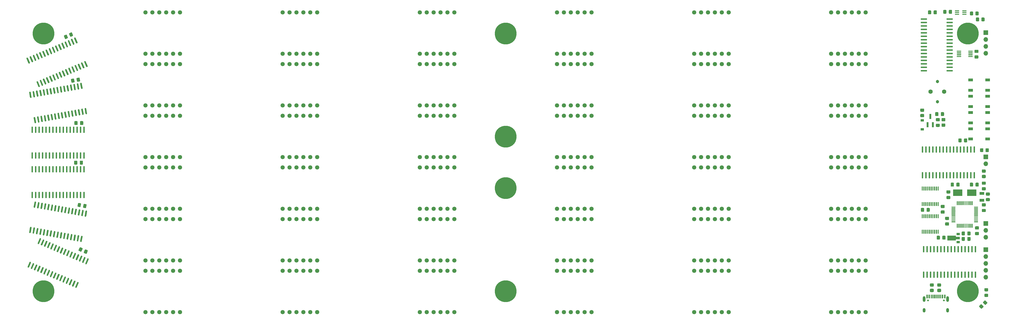
<source format=gts>
%TF.GenerationSoftware,KiCad,Pcbnew,5.1.12-84ad8e8a86~92~ubuntu20.04.1*%
%TF.CreationDate,2022-07-11T23:01:20-05:00*%
%TF.ProjectId,kilosegment_clock,6b696c6f-7365-4676-9d65-6e745f636c6f,rev?*%
%TF.SameCoordinates,Original*%
%TF.FileFunction,Soldermask,Top*%
%TF.FilePolarity,Negative*%
%FSLAX46Y46*%
G04 Gerber Fmt 4.6, Leading zero omitted, Abs format (unit mm)*
G04 Created by KiCad (PCBNEW 5.1.12-84ad8e8a86~92~ubuntu20.04.1) date 2022-07-11 23:01:20*
%MOMM*%
%LPD*%
G01*
G04 APERTURE LIST*
%ADD10C,1.550000*%
%ADD11O,0.590000X2.360000*%
%ADD12O,2.360000X0.590000*%
%ADD13R,0.600000X1.450000*%
%ADD14R,0.300000X1.450000*%
%ADD15O,1.000000X2.100000*%
%ADD16C,0.650000*%
%ADD17O,1.000000X1.600000*%
%ADD18C,8.000000*%
%ADD19O,1.700000X1.700000*%
%ADD20R,1.700000X1.700000*%
%ADD21R,1.200000X0.900000*%
%ADD22R,3.500000X2.400000*%
%ADD23R,1.800000X1.000000*%
%ADD24R,1.500000X0.400000*%
%ADD25C,0.150000*%
%ADD26R,1.300000X0.900000*%
%ADD27R,1.700000X1.000000*%
%ADD28R,0.800000X1.900000*%
%ADD29C,1.600000*%
%ADD30C,1.200000*%
G04 APERTURE END LIST*
D10*
%TO.C,D38*%
X324600000Y-141740000D03*
X322060000Y-141740000D03*
X319520000Y-141740000D03*
X327140000Y-141740000D03*
X316980000Y-141740000D03*
X329680000Y-141740000D03*
X316980000Y-126500000D03*
X329680000Y-126500000D03*
X327140000Y-126500000D03*
X324600000Y-126500000D03*
X319520000Y-126500000D03*
X322060000Y-126500000D03*
%TD*%
%TO.C,D37*%
X274150000Y-141740000D03*
X271610000Y-141740000D03*
X269070000Y-141740000D03*
X276690000Y-141740000D03*
X266530000Y-141740000D03*
X279230000Y-141740000D03*
X266530000Y-126500000D03*
X279230000Y-126500000D03*
X276690000Y-126500000D03*
X274150000Y-126500000D03*
X269070000Y-126500000D03*
X271610000Y-126500000D03*
%TD*%
%TO.C,D36*%
X324600000Y-122690000D03*
X322060000Y-122690000D03*
X319520000Y-122690000D03*
X327140000Y-122690000D03*
X316980000Y-122690000D03*
X329680000Y-122690000D03*
X316980000Y-107450000D03*
X329680000Y-107450000D03*
X327140000Y-107450000D03*
X324600000Y-107450000D03*
X319520000Y-107450000D03*
X322060000Y-107450000D03*
%TD*%
%TO.C,D35*%
X274150000Y-122690000D03*
X271610000Y-122690000D03*
X269070000Y-122690000D03*
X276690000Y-122690000D03*
X266530000Y-122690000D03*
X279230000Y-122690000D03*
X266530000Y-107450000D03*
X279230000Y-107450000D03*
X276690000Y-107450000D03*
X274150000Y-107450000D03*
X269070000Y-107450000D03*
X271610000Y-107450000D03*
%TD*%
%TO.C,D34*%
X324600000Y-103640000D03*
X322060000Y-103640000D03*
X319520000Y-103640000D03*
X327140000Y-103640000D03*
X316980000Y-103640000D03*
X329680000Y-103640000D03*
X316980000Y-88400000D03*
X329680000Y-88400000D03*
X327140000Y-88400000D03*
X324600000Y-88400000D03*
X319520000Y-88400000D03*
X322060000Y-88400000D03*
%TD*%
%TO.C,D33*%
X274150000Y-103640000D03*
X271610000Y-103640000D03*
X269070000Y-103640000D03*
X276690000Y-103640000D03*
X266530000Y-103640000D03*
X279230000Y-103640000D03*
X266530000Y-88400000D03*
X279230000Y-88400000D03*
X276690000Y-88400000D03*
X274150000Y-88400000D03*
X269070000Y-88400000D03*
X271610000Y-88400000D03*
%TD*%
%TO.C,D32*%
X324600000Y-84590000D03*
X322060000Y-84590000D03*
X319520000Y-84590000D03*
X327140000Y-84590000D03*
X316980000Y-84590000D03*
X329680000Y-84590000D03*
X316980000Y-69350000D03*
X329680000Y-69350000D03*
X327140000Y-69350000D03*
X324600000Y-69350000D03*
X319520000Y-69350000D03*
X322060000Y-69350000D03*
%TD*%
%TO.C,D31*%
X274150000Y-84590000D03*
X271610000Y-84590000D03*
X269070000Y-84590000D03*
X276690000Y-84590000D03*
X266530000Y-84590000D03*
X279230000Y-84590000D03*
X266530000Y-69350000D03*
X279230000Y-69350000D03*
X276690000Y-69350000D03*
X274150000Y-69350000D03*
X269070000Y-69350000D03*
X271610000Y-69350000D03*
%TD*%
%TO.C,D30*%
X324600000Y-65540000D03*
X322060000Y-65540000D03*
X319520000Y-65540000D03*
X327140000Y-65540000D03*
X316980000Y-65540000D03*
X329680000Y-65540000D03*
X316980000Y-50300000D03*
X329680000Y-50300000D03*
X327140000Y-50300000D03*
X324600000Y-50300000D03*
X319520000Y-50300000D03*
X322060000Y-50300000D03*
%TD*%
%TO.C,D29*%
X274150000Y-65540000D03*
X271610000Y-65540000D03*
X269070000Y-65540000D03*
X276690000Y-65540000D03*
X266530000Y-65540000D03*
X279230000Y-65540000D03*
X266530000Y-50300000D03*
X279230000Y-50300000D03*
X276690000Y-50300000D03*
X274150000Y-50300000D03*
X269070000Y-50300000D03*
X271610000Y-50300000D03*
%TD*%
%TO.C,D28*%
X324600000Y-46490000D03*
X322060000Y-46490000D03*
X319520000Y-46490000D03*
X327140000Y-46490000D03*
X316980000Y-46490000D03*
X329680000Y-46490000D03*
X316980000Y-31250000D03*
X329680000Y-31250000D03*
X327140000Y-31250000D03*
X324600000Y-31250000D03*
X319520000Y-31250000D03*
X322060000Y-31250000D03*
%TD*%
%TO.C,D27*%
X274150000Y-46490000D03*
X271610000Y-46490000D03*
X269070000Y-46490000D03*
X276690000Y-46490000D03*
X266530000Y-46490000D03*
X279230000Y-46490000D03*
X266530000Y-31250000D03*
X279230000Y-31250000D03*
X276690000Y-31250000D03*
X274150000Y-31250000D03*
X269070000Y-31250000D03*
X271610000Y-31250000D03*
%TD*%
%TO.C,D26*%
X223700000Y-141740000D03*
X221160000Y-141740000D03*
X218620000Y-141740000D03*
X226240000Y-141740000D03*
X216080000Y-141740000D03*
X228780000Y-141740000D03*
X216080000Y-126500000D03*
X228780000Y-126500000D03*
X226240000Y-126500000D03*
X223700000Y-126500000D03*
X218620000Y-126500000D03*
X221160000Y-126500000D03*
%TD*%
%TO.C,D25*%
X173250000Y-141740000D03*
X170710000Y-141740000D03*
X168170000Y-141740000D03*
X175790000Y-141740000D03*
X165630000Y-141740000D03*
X178330000Y-141740000D03*
X165630000Y-126500000D03*
X178330000Y-126500000D03*
X175790000Y-126500000D03*
X173250000Y-126500000D03*
X168170000Y-126500000D03*
X170710000Y-126500000D03*
%TD*%
%TO.C,D24*%
X122800000Y-141740000D03*
X120260000Y-141740000D03*
X117720000Y-141740000D03*
X125340000Y-141740000D03*
X115180000Y-141740000D03*
X127880000Y-141740000D03*
X115180000Y-126500000D03*
X127880000Y-126500000D03*
X125340000Y-126500000D03*
X122800000Y-126500000D03*
X117720000Y-126500000D03*
X120260000Y-126500000D03*
%TD*%
%TO.C,D23*%
X72350000Y-141740000D03*
X69810000Y-141740000D03*
X67270000Y-141740000D03*
X74890000Y-141740000D03*
X64730000Y-141740000D03*
X77430000Y-141740000D03*
X64730000Y-126500000D03*
X77430000Y-126500000D03*
X74890000Y-126500000D03*
X72350000Y-126500000D03*
X67270000Y-126500000D03*
X69810000Y-126500000D03*
%TD*%
%TO.C,D22*%
X223700000Y-122690000D03*
X221160000Y-122690000D03*
X218620000Y-122690000D03*
X226240000Y-122690000D03*
X216080000Y-122690000D03*
X228780000Y-122690000D03*
X216080000Y-107450000D03*
X228780000Y-107450000D03*
X226240000Y-107450000D03*
X223700000Y-107450000D03*
X218620000Y-107450000D03*
X221160000Y-107450000D03*
%TD*%
%TO.C,D21*%
X173250000Y-122690000D03*
X170710000Y-122690000D03*
X168170000Y-122690000D03*
X175790000Y-122690000D03*
X165630000Y-122690000D03*
X178330000Y-122690000D03*
X165630000Y-107450000D03*
X178330000Y-107450000D03*
X175790000Y-107450000D03*
X173250000Y-107450000D03*
X168170000Y-107450000D03*
X170710000Y-107450000D03*
%TD*%
%TO.C,D20*%
X122800000Y-122690000D03*
X120260000Y-122690000D03*
X117720000Y-122690000D03*
X125340000Y-122690000D03*
X115180000Y-122690000D03*
X127880000Y-122690000D03*
X115180000Y-107450000D03*
X127880000Y-107450000D03*
X125340000Y-107450000D03*
X122800000Y-107450000D03*
X117720000Y-107450000D03*
X120260000Y-107450000D03*
%TD*%
%TO.C,D19*%
X72350000Y-122690000D03*
X69810000Y-122690000D03*
X67270000Y-122690000D03*
X74890000Y-122690000D03*
X64730000Y-122690000D03*
X77430000Y-122690000D03*
X64730000Y-107450000D03*
X77430000Y-107450000D03*
X74890000Y-107450000D03*
X72350000Y-107450000D03*
X67270000Y-107450000D03*
X69810000Y-107450000D03*
%TD*%
%TO.C,D18*%
X223700000Y-103640000D03*
X221160000Y-103640000D03*
X218620000Y-103640000D03*
X226240000Y-103640000D03*
X216080000Y-103640000D03*
X228780000Y-103640000D03*
X216080000Y-88400000D03*
X228780000Y-88400000D03*
X226240000Y-88400000D03*
X223700000Y-88400000D03*
X218620000Y-88400000D03*
X221160000Y-88400000D03*
%TD*%
%TO.C,D17*%
X173250000Y-103640000D03*
X170710000Y-103640000D03*
X168170000Y-103640000D03*
X175790000Y-103640000D03*
X165630000Y-103640000D03*
X178330000Y-103640000D03*
X165630000Y-88400000D03*
X178330000Y-88400000D03*
X175790000Y-88400000D03*
X173250000Y-88400000D03*
X168170000Y-88400000D03*
X170710000Y-88400000D03*
%TD*%
%TO.C,D16*%
X122800000Y-103640000D03*
X120260000Y-103640000D03*
X117720000Y-103640000D03*
X125340000Y-103640000D03*
X115180000Y-103640000D03*
X127880000Y-103640000D03*
X115180000Y-88400000D03*
X127880000Y-88400000D03*
X125340000Y-88400000D03*
X122800000Y-88400000D03*
X117720000Y-88400000D03*
X120260000Y-88400000D03*
%TD*%
%TO.C,D15*%
X72350000Y-103640000D03*
X69810000Y-103640000D03*
X67270000Y-103640000D03*
X74890000Y-103640000D03*
X64730000Y-103640000D03*
X77430000Y-103640000D03*
X64730000Y-88400000D03*
X77430000Y-88400000D03*
X74890000Y-88400000D03*
X72350000Y-88400000D03*
X67270000Y-88400000D03*
X69810000Y-88400000D03*
%TD*%
%TO.C,D14*%
X223700000Y-84590000D03*
X221160000Y-84590000D03*
X218620000Y-84590000D03*
X226240000Y-84590000D03*
X216080000Y-84590000D03*
X228780000Y-84590000D03*
X216080000Y-69350000D03*
X228780000Y-69350000D03*
X226240000Y-69350000D03*
X223700000Y-69350000D03*
X218620000Y-69350000D03*
X221160000Y-69350000D03*
%TD*%
%TO.C,D13*%
X173250000Y-84590000D03*
X170710000Y-84590000D03*
X168170000Y-84590000D03*
X175790000Y-84590000D03*
X165630000Y-84590000D03*
X178330000Y-84590000D03*
X165630000Y-69350000D03*
X178330000Y-69350000D03*
X175790000Y-69350000D03*
X173250000Y-69350000D03*
X168170000Y-69350000D03*
X170710000Y-69350000D03*
%TD*%
%TO.C,D12*%
X122800000Y-84590000D03*
X120260000Y-84590000D03*
X117720000Y-84590000D03*
X125340000Y-84590000D03*
X115180000Y-84590000D03*
X127880000Y-84590000D03*
X115180000Y-69350000D03*
X127880000Y-69350000D03*
X125340000Y-69350000D03*
X122800000Y-69350000D03*
X117720000Y-69350000D03*
X120260000Y-69350000D03*
%TD*%
%TO.C,D11*%
X72350000Y-84590000D03*
X69810000Y-84590000D03*
X67270000Y-84590000D03*
X74890000Y-84590000D03*
X64730000Y-84590000D03*
X77430000Y-84590000D03*
X64730000Y-69350000D03*
X77430000Y-69350000D03*
X74890000Y-69350000D03*
X72350000Y-69350000D03*
X67270000Y-69350000D03*
X69810000Y-69350000D03*
%TD*%
%TO.C,D10*%
X223700000Y-65540000D03*
X221160000Y-65540000D03*
X218620000Y-65540000D03*
X226240000Y-65540000D03*
X216080000Y-65540000D03*
X228780000Y-65540000D03*
X216080000Y-50300000D03*
X228780000Y-50300000D03*
X226240000Y-50300000D03*
X223700000Y-50300000D03*
X218620000Y-50300000D03*
X221160000Y-50300000D03*
%TD*%
%TO.C,D9*%
X173250000Y-65540000D03*
X170710000Y-65540000D03*
X168170000Y-65540000D03*
X175790000Y-65540000D03*
X165630000Y-65540000D03*
X178330000Y-65540000D03*
X165630000Y-50300000D03*
X178330000Y-50300000D03*
X175790000Y-50300000D03*
X173250000Y-50300000D03*
X168170000Y-50300000D03*
X170710000Y-50300000D03*
%TD*%
%TO.C,D8*%
X122800000Y-65540000D03*
X120260000Y-65540000D03*
X117720000Y-65540000D03*
X125340000Y-65540000D03*
X115180000Y-65540000D03*
X127880000Y-65540000D03*
X115180000Y-50300000D03*
X127880000Y-50300000D03*
X125340000Y-50300000D03*
X122800000Y-50300000D03*
X117720000Y-50300000D03*
X120260000Y-50300000D03*
%TD*%
%TO.C,D7*%
X72350000Y-65540000D03*
X69810000Y-65540000D03*
X67270000Y-65540000D03*
X74890000Y-65540000D03*
X64730000Y-65540000D03*
X77430000Y-65540000D03*
X64730000Y-50300000D03*
X77430000Y-50300000D03*
X74890000Y-50300000D03*
X72350000Y-50300000D03*
X67270000Y-50300000D03*
X69810000Y-50300000D03*
%TD*%
%TO.C,D6*%
X223700000Y-46490000D03*
X221160000Y-46490000D03*
X218620000Y-46490000D03*
X226240000Y-46490000D03*
X216080000Y-46490000D03*
X228780000Y-46490000D03*
X216080000Y-31250000D03*
X228780000Y-31250000D03*
X226240000Y-31250000D03*
X223700000Y-31250000D03*
X218620000Y-31250000D03*
X221160000Y-31250000D03*
%TD*%
%TO.C,D5*%
X173250000Y-46490000D03*
X170710000Y-46490000D03*
X168170000Y-46490000D03*
X175790000Y-46490000D03*
X165630000Y-46490000D03*
X178330000Y-46490000D03*
X165630000Y-31250000D03*
X178330000Y-31250000D03*
X175790000Y-31250000D03*
X173250000Y-31250000D03*
X168170000Y-31250000D03*
X170710000Y-31250000D03*
%TD*%
%TO.C,D4*%
X122800000Y-46490000D03*
X120260000Y-46490000D03*
X117720000Y-46490000D03*
X125340000Y-46490000D03*
X115180000Y-46490000D03*
X127880000Y-46490000D03*
X115180000Y-31250000D03*
X127880000Y-31250000D03*
X125340000Y-31250000D03*
X122800000Y-31250000D03*
X117720000Y-31250000D03*
X120260000Y-31250000D03*
%TD*%
%TO.C,D3*%
X72350000Y-46490000D03*
X69810000Y-46490000D03*
X67270000Y-46490000D03*
X74890000Y-46490000D03*
X64730000Y-46490000D03*
X77430000Y-46490000D03*
X64730000Y-31250000D03*
X77430000Y-31250000D03*
X74890000Y-31250000D03*
X72350000Y-31250000D03*
X67270000Y-31250000D03*
X69810000Y-31250000D03*
%TD*%
D11*
%TO.C,U8*%
X370020000Y-118470000D03*
X368750000Y-118470000D03*
X367480000Y-118470000D03*
X366210000Y-118470000D03*
X364940000Y-118470000D03*
X363670000Y-118470000D03*
X362400000Y-118470000D03*
X361130000Y-118470000D03*
X359860000Y-118470000D03*
X358590000Y-118470000D03*
X357320000Y-118470000D03*
X356050000Y-118470000D03*
X354780000Y-118470000D03*
X353510000Y-118470000D03*
X352240000Y-118470000D03*
X350970000Y-118470000D03*
X370020000Y-127930000D03*
X368750000Y-127930000D03*
X367480000Y-127930000D03*
X366210000Y-127930000D03*
X364940000Y-127930000D03*
X363670000Y-127930000D03*
X362400000Y-127930000D03*
X361130000Y-127930000D03*
X359860000Y-127930000D03*
X358590000Y-127930000D03*
X357320000Y-127930000D03*
X356050000Y-127930000D03*
X354780000Y-127930000D03*
X353510000Y-127930000D03*
X352240000Y-127930000D03*
X350970000Y-127930000D03*
%TD*%
%TO.C,U7*%
X369620000Y-81770000D03*
X368350000Y-81770000D03*
X367080000Y-81770000D03*
X365810000Y-81770000D03*
X364540000Y-81770000D03*
X363270000Y-81770000D03*
X362000000Y-81770000D03*
X360730000Y-81770000D03*
X359460000Y-81770000D03*
X358190000Y-81770000D03*
X356920000Y-81770000D03*
X355650000Y-81770000D03*
X354380000Y-81770000D03*
X353110000Y-81770000D03*
X351840000Y-81770000D03*
X350570000Y-81770000D03*
X369620000Y-91230000D03*
X368350000Y-91230000D03*
X367080000Y-91230000D03*
X365810000Y-91230000D03*
X364540000Y-91230000D03*
X363270000Y-91230000D03*
X362000000Y-91230000D03*
X360730000Y-91230000D03*
X359460000Y-91230000D03*
X358190000Y-91230000D03*
X356920000Y-91230000D03*
X355650000Y-91230000D03*
X354380000Y-91230000D03*
X353110000Y-91230000D03*
X351840000Y-91230000D03*
X350570000Y-91230000D03*
%TD*%
D12*
%TO.C,U6*%
X351070000Y-33680000D03*
X351070000Y-34950000D03*
X351070000Y-36220000D03*
X351070000Y-37490000D03*
X351070000Y-38760000D03*
X351070000Y-40030000D03*
X351070000Y-41300000D03*
X351070000Y-42570000D03*
X351070000Y-43840000D03*
X351070000Y-45110000D03*
X351070000Y-46380000D03*
X351070000Y-47650000D03*
X351070000Y-48920000D03*
X351070000Y-50190000D03*
X351070000Y-51460000D03*
X351070000Y-52730000D03*
X360530000Y-33680000D03*
X360530000Y-34950000D03*
X360530000Y-36220000D03*
X360530000Y-37490000D03*
X360530000Y-38760000D03*
X360530000Y-40030000D03*
X360530000Y-41300000D03*
X360530000Y-42570000D03*
X360530000Y-43840000D03*
X360530000Y-45110000D03*
X360530000Y-46380000D03*
X360530000Y-47650000D03*
X360530000Y-48920000D03*
X360530000Y-50190000D03*
X360530000Y-51460000D03*
X360530000Y-52730000D03*
%TD*%
%TO.C,U5*%
G36*
G01*
X42594018Y-123665153D02*
X43285612Y-122035859D01*
G75*
G02*
X43672427Y-121879576I271549J-115266D01*
G01*
X43672427Y-121879576D01*
G75*
G02*
X43828710Y-122266391I-115266J-271549D01*
G01*
X43137116Y-123895685D01*
G75*
G02*
X42750301Y-124051968I-271549J115266D01*
G01*
X42750301Y-124051968D01*
G75*
G02*
X42594018Y-123665153I115266J271549D01*
G01*
G37*
G36*
G01*
X41424977Y-123168925D02*
X42116571Y-121539631D01*
G75*
G02*
X42503386Y-121383348I271549J-115266D01*
G01*
X42503386Y-121383348D01*
G75*
G02*
X42659669Y-121770163I-115266J-271549D01*
G01*
X41968075Y-123399457D01*
G75*
G02*
X41581260Y-123555740I-271549J115266D01*
G01*
X41581260Y-123555740D01*
G75*
G02*
X41424977Y-123168925I115266J271549D01*
G01*
G37*
G36*
G01*
X40255936Y-122672696D02*
X40947530Y-121043402D01*
G75*
G02*
X41334345Y-120887119I271549J-115266D01*
G01*
X41334345Y-120887119D01*
G75*
G02*
X41490628Y-121273934I-115266J-271549D01*
G01*
X40799034Y-122903228D01*
G75*
G02*
X40412219Y-123059511I-271549J115266D01*
G01*
X40412219Y-123059511D01*
G75*
G02*
X40255936Y-122672696I115266J271549D01*
G01*
G37*
G36*
G01*
X39086895Y-122176468D02*
X39778489Y-120547174D01*
G75*
G02*
X40165304Y-120390891I271549J-115266D01*
G01*
X40165304Y-120390891D01*
G75*
G02*
X40321587Y-120777706I-115266J-271549D01*
G01*
X39629993Y-122407000D01*
G75*
G02*
X39243178Y-122563283I-271549J115266D01*
G01*
X39243178Y-122563283D01*
G75*
G02*
X39086895Y-122176468I115266J271549D01*
G01*
G37*
G36*
G01*
X37917854Y-121680239D02*
X38609448Y-120050945D01*
G75*
G02*
X38996263Y-119894662I271549J-115266D01*
G01*
X38996263Y-119894662D01*
G75*
G02*
X39152546Y-120281477I-115266J-271549D01*
G01*
X38460952Y-121910771D01*
G75*
G02*
X38074137Y-122067054I-271549J115266D01*
G01*
X38074137Y-122067054D01*
G75*
G02*
X37917854Y-121680239I115266J271549D01*
G01*
G37*
G36*
G01*
X36748813Y-121184011D02*
X37440407Y-119554717D01*
G75*
G02*
X37827222Y-119398434I271549J-115266D01*
G01*
X37827222Y-119398434D01*
G75*
G02*
X37983505Y-119785249I-115266J-271549D01*
G01*
X37291911Y-121414543D01*
G75*
G02*
X36905096Y-121570826I-271549J115266D01*
G01*
X36905096Y-121570826D01*
G75*
G02*
X36748813Y-121184011I115266J271549D01*
G01*
G37*
G36*
G01*
X35579771Y-120687782D02*
X36271365Y-119058488D01*
G75*
G02*
X36658180Y-118902205I271549J-115266D01*
G01*
X36658180Y-118902205D01*
G75*
G02*
X36814463Y-119289020I-115266J-271549D01*
G01*
X36122869Y-120918314D01*
G75*
G02*
X35736054Y-121074597I-271549J115266D01*
G01*
X35736054Y-121074597D01*
G75*
G02*
X35579771Y-120687782I115266J271549D01*
G01*
G37*
G36*
G01*
X34410730Y-120191554D02*
X35102324Y-118562260D01*
G75*
G02*
X35489139Y-118405977I271549J-115266D01*
G01*
X35489139Y-118405977D01*
G75*
G02*
X35645422Y-118792792I-115266J-271549D01*
G01*
X34953828Y-120422086D01*
G75*
G02*
X34567013Y-120578369I-271549J115266D01*
G01*
X34567013Y-120578369D01*
G75*
G02*
X34410730Y-120191554I115266J271549D01*
G01*
G37*
G36*
G01*
X33241689Y-119695325D02*
X33933283Y-118066031D01*
G75*
G02*
X34320098Y-117909748I271549J-115266D01*
G01*
X34320098Y-117909748D01*
G75*
G02*
X34476381Y-118296563I-115266J-271549D01*
G01*
X33784787Y-119925857D01*
G75*
G02*
X33397972Y-120082140I-271549J115266D01*
G01*
X33397972Y-120082140D01*
G75*
G02*
X33241689Y-119695325I115266J271549D01*
G01*
G37*
G36*
G01*
X32072648Y-119199097D02*
X32764242Y-117569803D01*
G75*
G02*
X33151057Y-117413520I271549J-115266D01*
G01*
X33151057Y-117413520D01*
G75*
G02*
X33307340Y-117800335I-115266J-271549D01*
G01*
X32615746Y-119429629D01*
G75*
G02*
X32228931Y-119585912I-271549J115266D01*
G01*
X32228931Y-119585912D01*
G75*
G02*
X32072648Y-119199097I115266J271549D01*
G01*
G37*
G36*
G01*
X30903607Y-118702868D02*
X31595201Y-117073574D01*
G75*
G02*
X31982016Y-116917291I271549J-115266D01*
G01*
X31982016Y-116917291D01*
G75*
G02*
X32138299Y-117304106I-115266J-271549D01*
G01*
X31446705Y-118933400D01*
G75*
G02*
X31059890Y-119089683I-271549J115266D01*
G01*
X31059890Y-119089683D01*
G75*
G02*
X30903607Y-118702868I115266J271549D01*
G01*
G37*
G36*
G01*
X29734566Y-118206640D02*
X30426160Y-116577346D01*
G75*
G02*
X30812975Y-116421063I271549J-115266D01*
G01*
X30812975Y-116421063D01*
G75*
G02*
X30969258Y-116807878I-115266J-271549D01*
G01*
X30277664Y-118437172D01*
G75*
G02*
X29890849Y-118593455I-271549J115266D01*
G01*
X29890849Y-118593455D01*
G75*
G02*
X29734566Y-118206640I115266J271549D01*
G01*
G37*
G36*
G01*
X28565524Y-117710411D02*
X29257118Y-116081117D01*
G75*
G02*
X29643933Y-115924834I271549J-115266D01*
G01*
X29643933Y-115924834D01*
G75*
G02*
X29800216Y-116311649I-115266J-271549D01*
G01*
X29108622Y-117940943D01*
G75*
G02*
X28721807Y-118097226I-271549J115266D01*
G01*
X28721807Y-118097226D01*
G75*
G02*
X28565524Y-117710411I115266J271549D01*
G01*
G37*
G36*
G01*
X27396483Y-117214182D02*
X28088077Y-115584888D01*
G75*
G02*
X28474892Y-115428605I271549J-115266D01*
G01*
X28474892Y-115428605D01*
G75*
G02*
X28631175Y-115815420I-115266J-271549D01*
G01*
X27939581Y-117444714D01*
G75*
G02*
X27552766Y-117600997I-271549J115266D01*
G01*
X27552766Y-117600997D01*
G75*
G02*
X27396483Y-117214182I115266J271549D01*
G01*
G37*
G36*
G01*
X26227442Y-116717954D02*
X26919036Y-115088660D01*
G75*
G02*
X27305851Y-114932377I271549J-115266D01*
G01*
X27305851Y-114932377D01*
G75*
G02*
X27462134Y-115319192I-115266J-271549D01*
G01*
X26770540Y-116948486D01*
G75*
G02*
X26383725Y-117104769I-271549J115266D01*
G01*
X26383725Y-117104769D01*
G75*
G02*
X26227442Y-116717954I115266J271549D01*
G01*
G37*
G36*
G01*
X25058401Y-116221725D02*
X25749995Y-114592431D01*
G75*
G02*
X26136810Y-114436148I271549J-115266D01*
G01*
X26136810Y-114436148D01*
G75*
G02*
X26293093Y-114822963I-115266J-271549D01*
G01*
X25601499Y-116452257D01*
G75*
G02*
X25214684Y-116608540I-271549J115266D01*
G01*
X25214684Y-116608540D01*
G75*
G02*
X25058401Y-116221725I115266J271549D01*
G01*
G37*
G36*
G01*
X38897702Y-132373129D02*
X39589296Y-130743835D01*
G75*
G02*
X39976111Y-130587552I271549J-115266D01*
G01*
X39976111Y-130587552D01*
G75*
G02*
X40132394Y-130974367I-115266J-271549D01*
G01*
X39440800Y-132603661D01*
G75*
G02*
X39053985Y-132759944I-271549J115266D01*
G01*
X39053985Y-132759944D01*
G75*
G02*
X38897702Y-132373129I115266J271549D01*
G01*
G37*
G36*
G01*
X37728661Y-131876901D02*
X38420255Y-130247607D01*
G75*
G02*
X38807070Y-130091324I271549J-115266D01*
G01*
X38807070Y-130091324D01*
G75*
G02*
X38963353Y-130478139I-115266J-271549D01*
G01*
X38271759Y-132107433D01*
G75*
G02*
X37884944Y-132263716I-271549J115266D01*
G01*
X37884944Y-132263716D01*
G75*
G02*
X37728661Y-131876901I115266J271549D01*
G01*
G37*
G36*
G01*
X36559620Y-131380672D02*
X37251214Y-129751378D01*
G75*
G02*
X37638029Y-129595095I271549J-115266D01*
G01*
X37638029Y-129595095D01*
G75*
G02*
X37794312Y-129981910I-115266J-271549D01*
G01*
X37102718Y-131611204D01*
G75*
G02*
X36715903Y-131767487I-271549J115266D01*
G01*
X36715903Y-131767487D01*
G75*
G02*
X36559620Y-131380672I115266J271549D01*
G01*
G37*
G36*
G01*
X35390578Y-130884444D02*
X36082172Y-129255150D01*
G75*
G02*
X36468987Y-129098867I271549J-115266D01*
G01*
X36468987Y-129098867D01*
G75*
G02*
X36625270Y-129485682I-115266J-271549D01*
G01*
X35933676Y-131114976D01*
G75*
G02*
X35546861Y-131271259I-271549J115266D01*
G01*
X35546861Y-131271259D01*
G75*
G02*
X35390578Y-130884444I115266J271549D01*
G01*
G37*
G36*
G01*
X34221537Y-130388215D02*
X34913131Y-128758921D01*
G75*
G02*
X35299946Y-128602638I271549J-115266D01*
G01*
X35299946Y-128602638D01*
G75*
G02*
X35456229Y-128989453I-115266J-271549D01*
G01*
X34764635Y-130618747D01*
G75*
G02*
X34377820Y-130775030I-271549J115266D01*
G01*
X34377820Y-130775030D01*
G75*
G02*
X34221537Y-130388215I115266J271549D01*
G01*
G37*
G36*
G01*
X33052496Y-129891987D02*
X33744090Y-128262693D01*
G75*
G02*
X34130905Y-128106410I271549J-115266D01*
G01*
X34130905Y-128106410D01*
G75*
G02*
X34287188Y-128493225I-115266J-271549D01*
G01*
X33595594Y-130122519D01*
G75*
G02*
X33208779Y-130278802I-271549J115266D01*
G01*
X33208779Y-130278802D01*
G75*
G02*
X33052496Y-129891987I115266J271549D01*
G01*
G37*
G36*
G01*
X31883455Y-129395758D02*
X32575049Y-127766464D01*
G75*
G02*
X32961864Y-127610181I271549J-115266D01*
G01*
X32961864Y-127610181D01*
G75*
G02*
X33118147Y-127996996I-115266J-271549D01*
G01*
X32426553Y-129626290D01*
G75*
G02*
X32039738Y-129782573I-271549J115266D01*
G01*
X32039738Y-129782573D01*
G75*
G02*
X31883455Y-129395758I115266J271549D01*
G01*
G37*
G36*
G01*
X30714414Y-128899530D02*
X31406008Y-127270236D01*
G75*
G02*
X31792823Y-127113953I271549J-115266D01*
G01*
X31792823Y-127113953D01*
G75*
G02*
X31949106Y-127500768I-115266J-271549D01*
G01*
X31257512Y-129130062D01*
G75*
G02*
X30870697Y-129286345I-271549J115266D01*
G01*
X30870697Y-129286345D01*
G75*
G02*
X30714414Y-128899530I115266J271549D01*
G01*
G37*
G36*
G01*
X29545373Y-128403301D02*
X30236967Y-126774007D01*
G75*
G02*
X30623782Y-126617724I271549J-115266D01*
G01*
X30623782Y-126617724D01*
G75*
G02*
X30780065Y-127004539I-115266J-271549D01*
G01*
X30088471Y-128633833D01*
G75*
G02*
X29701656Y-128790116I-271549J115266D01*
G01*
X29701656Y-128790116D01*
G75*
G02*
X29545373Y-128403301I115266J271549D01*
G01*
G37*
G36*
G01*
X28376331Y-127907073D02*
X29067925Y-126277779D01*
G75*
G02*
X29454740Y-126121496I271549J-115266D01*
G01*
X29454740Y-126121496D01*
G75*
G02*
X29611023Y-126508311I-115266J-271549D01*
G01*
X28919429Y-128137605D01*
G75*
G02*
X28532614Y-128293888I-271549J115266D01*
G01*
X28532614Y-128293888D01*
G75*
G02*
X28376331Y-127907073I115266J271549D01*
G01*
G37*
G36*
G01*
X27207290Y-127410844D02*
X27898884Y-125781550D01*
G75*
G02*
X28285699Y-125625267I271549J-115266D01*
G01*
X28285699Y-125625267D01*
G75*
G02*
X28441982Y-126012082I-115266J-271549D01*
G01*
X27750388Y-127641376D01*
G75*
G02*
X27363573Y-127797659I-271549J115266D01*
G01*
X27363573Y-127797659D01*
G75*
G02*
X27207290Y-127410844I115266J271549D01*
G01*
G37*
G36*
G01*
X26038249Y-126914615D02*
X26729843Y-125285321D01*
G75*
G02*
X27116658Y-125129038I271549J-115266D01*
G01*
X27116658Y-125129038D01*
G75*
G02*
X27272941Y-125515853I-115266J-271549D01*
G01*
X26581347Y-127145147D01*
G75*
G02*
X26194532Y-127301430I-271549J115266D01*
G01*
X26194532Y-127301430D01*
G75*
G02*
X26038249Y-126914615I115266J271549D01*
G01*
G37*
G36*
G01*
X24869208Y-126418387D02*
X25560802Y-124789093D01*
G75*
G02*
X25947617Y-124632810I271549J-115266D01*
G01*
X25947617Y-124632810D01*
G75*
G02*
X26103900Y-125019625I-115266J-271549D01*
G01*
X25412306Y-126648919D01*
G75*
G02*
X25025491Y-126805202I-271549J115266D01*
G01*
X25025491Y-126805202D01*
G75*
G02*
X24869208Y-126418387I115266J271549D01*
G01*
G37*
G36*
G01*
X23700167Y-125922158D02*
X24391761Y-124292864D01*
G75*
G02*
X24778576Y-124136581I271549J-115266D01*
G01*
X24778576Y-124136581D01*
G75*
G02*
X24934859Y-124523396I-115266J-271549D01*
G01*
X24243265Y-126152690D01*
G75*
G02*
X23856450Y-126308973I-271549J115266D01*
G01*
X23856450Y-126308973D01*
G75*
G02*
X23700167Y-125922158I115266J271549D01*
G01*
G37*
G36*
G01*
X22531126Y-125425930D02*
X23222720Y-123796636D01*
G75*
G02*
X23609535Y-123640353I271549J-115266D01*
G01*
X23609535Y-123640353D01*
G75*
G02*
X23765818Y-124027168I-115266J-271549D01*
G01*
X23074224Y-125656462D01*
G75*
G02*
X22687409Y-125812745I-271549J115266D01*
G01*
X22687409Y-125812745D01*
G75*
G02*
X22531126Y-125425930I115266J271549D01*
G01*
G37*
G36*
G01*
X21362085Y-124929701D02*
X22053679Y-123300407D01*
G75*
G02*
X22440494Y-123144124I271549J-115266D01*
G01*
X22440494Y-123144124D01*
G75*
G02*
X22596777Y-123530939I-115266J-271549D01*
G01*
X21905183Y-125160233D01*
G75*
G02*
X21518368Y-125316516I-271549J115266D01*
G01*
X21518368Y-125316516D01*
G75*
G02*
X21362085Y-124929701I115266J271549D01*
G01*
G37*
%TD*%
%TO.C,U4*%
G36*
G01*
X42352529Y-106215319D02*
X42659887Y-104472209D01*
G75*
G02*
X43001631Y-104232917I290518J-51226D01*
G01*
X43001631Y-104232917D01*
G75*
G02*
X43240923Y-104574661I-51226J-290518D01*
G01*
X42933565Y-106317771D01*
G75*
G02*
X42591821Y-106557063I-290518J51226D01*
G01*
X42591821Y-106557063D01*
G75*
G02*
X42352529Y-106215319I51226J290518D01*
G01*
G37*
G36*
G01*
X41101823Y-105994786D02*
X41409181Y-104251676D01*
G75*
G02*
X41750925Y-104012384I290518J-51226D01*
G01*
X41750925Y-104012384D01*
G75*
G02*
X41990217Y-104354128I-51226J-290518D01*
G01*
X41682859Y-106097238D01*
G75*
G02*
X41341115Y-106336530I-290518J51226D01*
G01*
X41341115Y-106336530D01*
G75*
G02*
X41101823Y-105994786I51226J290518D01*
G01*
G37*
G36*
G01*
X39851117Y-105774253D02*
X40158475Y-104031143D01*
G75*
G02*
X40500219Y-103791851I290518J-51226D01*
G01*
X40500219Y-103791851D01*
G75*
G02*
X40739511Y-104133595I-51226J-290518D01*
G01*
X40432153Y-105876705D01*
G75*
G02*
X40090409Y-106115997I-290518J51226D01*
G01*
X40090409Y-106115997D01*
G75*
G02*
X39851117Y-105774253I51226J290518D01*
G01*
G37*
G36*
G01*
X38600411Y-105553719D02*
X38907769Y-103810609D01*
G75*
G02*
X39249513Y-103571317I290518J-51226D01*
G01*
X39249513Y-103571317D01*
G75*
G02*
X39488805Y-103913061I-51226J-290518D01*
G01*
X39181447Y-105656171D01*
G75*
G02*
X38839703Y-105895463I-290518J51226D01*
G01*
X38839703Y-105895463D01*
G75*
G02*
X38600411Y-105553719I51226J290518D01*
G01*
G37*
G36*
G01*
X37349705Y-105333186D02*
X37657063Y-103590076D01*
G75*
G02*
X37998807Y-103350784I290518J-51226D01*
G01*
X37998807Y-103350784D01*
G75*
G02*
X38238099Y-103692528I-51226J-290518D01*
G01*
X37930741Y-105435638D01*
G75*
G02*
X37588997Y-105674930I-290518J51226D01*
G01*
X37588997Y-105674930D01*
G75*
G02*
X37349705Y-105333186I51226J290518D01*
G01*
G37*
G36*
G01*
X36098999Y-105112653D02*
X36406357Y-103369543D01*
G75*
G02*
X36748101Y-103130251I290518J-51226D01*
G01*
X36748101Y-103130251D01*
G75*
G02*
X36987393Y-103471995I-51226J-290518D01*
G01*
X36680035Y-105215105D01*
G75*
G02*
X36338291Y-105454397I-290518J51226D01*
G01*
X36338291Y-105454397D01*
G75*
G02*
X36098999Y-105112653I51226J290518D01*
G01*
G37*
G36*
G01*
X34848294Y-104892120D02*
X35155652Y-103149010D01*
G75*
G02*
X35497396Y-102909718I290518J-51226D01*
G01*
X35497396Y-102909718D01*
G75*
G02*
X35736688Y-103251462I-51226J-290518D01*
G01*
X35429330Y-104994572D01*
G75*
G02*
X35087586Y-105233864I-290518J51226D01*
G01*
X35087586Y-105233864D01*
G75*
G02*
X34848294Y-104892120I51226J290518D01*
G01*
G37*
G36*
G01*
X33597588Y-104671587D02*
X33904946Y-102928477D01*
G75*
G02*
X34246690Y-102689185I290518J-51226D01*
G01*
X34246690Y-102689185D01*
G75*
G02*
X34485982Y-103030929I-51226J-290518D01*
G01*
X34178624Y-104774039D01*
G75*
G02*
X33836880Y-105013331I-290518J51226D01*
G01*
X33836880Y-105013331D01*
G75*
G02*
X33597588Y-104671587I51226J290518D01*
G01*
G37*
G36*
G01*
X32346882Y-104451053D02*
X32654240Y-102707943D01*
G75*
G02*
X32995984Y-102468651I290518J-51226D01*
G01*
X32995984Y-102468651D01*
G75*
G02*
X33235276Y-102810395I-51226J-290518D01*
G01*
X32927918Y-104553505D01*
G75*
G02*
X32586174Y-104792797I-290518J51226D01*
G01*
X32586174Y-104792797D01*
G75*
G02*
X32346882Y-104451053I51226J290518D01*
G01*
G37*
G36*
G01*
X31096176Y-104230520D02*
X31403534Y-102487410D01*
G75*
G02*
X31745278Y-102248118I290518J-51226D01*
G01*
X31745278Y-102248118D01*
G75*
G02*
X31984570Y-102589862I-51226J-290518D01*
G01*
X31677212Y-104332972D01*
G75*
G02*
X31335468Y-104572264I-290518J51226D01*
G01*
X31335468Y-104572264D01*
G75*
G02*
X31096176Y-104230520I51226J290518D01*
G01*
G37*
G36*
G01*
X29845470Y-104009987D02*
X30152828Y-102266877D01*
G75*
G02*
X30494572Y-102027585I290518J-51226D01*
G01*
X30494572Y-102027585D01*
G75*
G02*
X30733864Y-102369329I-51226J-290518D01*
G01*
X30426506Y-104112439D01*
G75*
G02*
X30084762Y-104351731I-290518J51226D01*
G01*
X30084762Y-104351731D01*
G75*
G02*
X29845470Y-104009987I51226J290518D01*
G01*
G37*
G36*
G01*
X28594764Y-103789454D02*
X28902122Y-102046344D01*
G75*
G02*
X29243866Y-101807052I290518J-51226D01*
G01*
X29243866Y-101807052D01*
G75*
G02*
X29483158Y-102148796I-51226J-290518D01*
G01*
X29175800Y-103891906D01*
G75*
G02*
X28834056Y-104131198I-290518J51226D01*
G01*
X28834056Y-104131198D01*
G75*
G02*
X28594764Y-103789454I51226J290518D01*
G01*
G37*
G36*
G01*
X27344059Y-103568921D02*
X27651417Y-101825811D01*
G75*
G02*
X27993161Y-101586519I290518J-51226D01*
G01*
X27993161Y-101586519D01*
G75*
G02*
X28232453Y-101928263I-51226J-290518D01*
G01*
X27925095Y-103671373D01*
G75*
G02*
X27583351Y-103910665I-290518J51226D01*
G01*
X27583351Y-103910665D01*
G75*
G02*
X27344059Y-103568921I51226J290518D01*
G01*
G37*
G36*
G01*
X26093353Y-103348388D02*
X26400711Y-101605278D01*
G75*
G02*
X26742455Y-101365986I290518J-51226D01*
G01*
X26742455Y-101365986D01*
G75*
G02*
X26981747Y-101707730I-51226J-290518D01*
G01*
X26674389Y-103450840D01*
G75*
G02*
X26332645Y-103690132I-290518J51226D01*
G01*
X26332645Y-103690132D01*
G75*
G02*
X26093353Y-103348388I51226J290518D01*
G01*
G37*
G36*
G01*
X24842647Y-103127854D02*
X25150005Y-101384744D01*
G75*
G02*
X25491749Y-101145452I290518J-51226D01*
G01*
X25491749Y-101145452D01*
G75*
G02*
X25731041Y-101487196I-51226J-290518D01*
G01*
X25423683Y-103230306D01*
G75*
G02*
X25081939Y-103469598I-290518J51226D01*
G01*
X25081939Y-103469598D01*
G75*
G02*
X24842647Y-103127854I51226J290518D01*
G01*
G37*
G36*
G01*
X23591941Y-102907321D02*
X23899299Y-101164211D01*
G75*
G02*
X24241043Y-100924919I290518J-51226D01*
G01*
X24241043Y-100924919D01*
G75*
G02*
X24480335Y-101266663I-51226J-290518D01*
G01*
X24172977Y-103009773D01*
G75*
G02*
X23831233Y-103249065I-290518J51226D01*
G01*
X23831233Y-103249065D01*
G75*
G02*
X23591941Y-102907321I51226J290518D01*
G01*
G37*
G36*
G01*
X40709817Y-115531600D02*
X41017175Y-113788490D01*
G75*
G02*
X41358919Y-113549198I290518J-51226D01*
G01*
X41358919Y-113549198D01*
G75*
G02*
X41598211Y-113890942I-51226J-290518D01*
G01*
X41290853Y-115634052D01*
G75*
G02*
X40949109Y-115873344I-290518J51226D01*
G01*
X40949109Y-115873344D01*
G75*
G02*
X40709817Y-115531600I51226J290518D01*
G01*
G37*
G36*
G01*
X39459111Y-115311067D02*
X39766469Y-113567957D01*
G75*
G02*
X40108213Y-113328665I290518J-51226D01*
G01*
X40108213Y-113328665D01*
G75*
G02*
X40347505Y-113670409I-51226J-290518D01*
G01*
X40040147Y-115413519D01*
G75*
G02*
X39698403Y-115652811I-290518J51226D01*
G01*
X39698403Y-115652811D01*
G75*
G02*
X39459111Y-115311067I51226J290518D01*
G01*
G37*
G36*
G01*
X38208405Y-115090534D02*
X38515763Y-113347424D01*
G75*
G02*
X38857507Y-113108132I290518J-51226D01*
G01*
X38857507Y-113108132D01*
G75*
G02*
X39096799Y-113449876I-51226J-290518D01*
G01*
X38789441Y-115192986D01*
G75*
G02*
X38447697Y-115432278I-290518J51226D01*
G01*
X38447697Y-115432278D01*
G75*
G02*
X38208405Y-115090534I51226J290518D01*
G01*
G37*
G36*
G01*
X36957699Y-114870001D02*
X37265057Y-113126891D01*
G75*
G02*
X37606801Y-112887599I290518J-51226D01*
G01*
X37606801Y-112887599D01*
G75*
G02*
X37846093Y-113229343I-51226J-290518D01*
G01*
X37538735Y-114972453D01*
G75*
G02*
X37196991Y-115211745I-290518J51226D01*
G01*
X37196991Y-115211745D01*
G75*
G02*
X36957699Y-114870001I51226J290518D01*
G01*
G37*
G36*
G01*
X35706994Y-114649468D02*
X36014352Y-112906358D01*
G75*
G02*
X36356096Y-112667066I290518J-51226D01*
G01*
X36356096Y-112667066D01*
G75*
G02*
X36595388Y-113008810I-51226J-290518D01*
G01*
X36288030Y-114751920D01*
G75*
G02*
X35946286Y-114991212I-290518J51226D01*
G01*
X35946286Y-114991212D01*
G75*
G02*
X35706994Y-114649468I51226J290518D01*
G01*
G37*
G36*
G01*
X34456288Y-114428934D02*
X34763646Y-112685824D01*
G75*
G02*
X35105390Y-112446532I290518J-51226D01*
G01*
X35105390Y-112446532D01*
G75*
G02*
X35344682Y-112788276I-51226J-290518D01*
G01*
X35037324Y-114531386D01*
G75*
G02*
X34695580Y-114770678I-290518J51226D01*
G01*
X34695580Y-114770678D01*
G75*
G02*
X34456288Y-114428934I51226J290518D01*
G01*
G37*
G36*
G01*
X33205582Y-114208401D02*
X33512940Y-112465291D01*
G75*
G02*
X33854684Y-112225999I290518J-51226D01*
G01*
X33854684Y-112225999D01*
G75*
G02*
X34093976Y-112567743I-51226J-290518D01*
G01*
X33786618Y-114310853D01*
G75*
G02*
X33444874Y-114550145I-290518J51226D01*
G01*
X33444874Y-114550145D01*
G75*
G02*
X33205582Y-114208401I51226J290518D01*
G01*
G37*
G36*
G01*
X31954876Y-113987868D02*
X32262234Y-112244758D01*
G75*
G02*
X32603978Y-112005466I290518J-51226D01*
G01*
X32603978Y-112005466D01*
G75*
G02*
X32843270Y-112347210I-51226J-290518D01*
G01*
X32535912Y-114090320D01*
G75*
G02*
X32194168Y-114329612I-290518J51226D01*
G01*
X32194168Y-114329612D01*
G75*
G02*
X31954876Y-113987868I51226J290518D01*
G01*
G37*
G36*
G01*
X30704170Y-113767335D02*
X31011528Y-112024225D01*
G75*
G02*
X31353272Y-111784933I290518J-51226D01*
G01*
X31353272Y-111784933D01*
G75*
G02*
X31592564Y-112126677I-51226J-290518D01*
G01*
X31285206Y-113869787D01*
G75*
G02*
X30943462Y-114109079I-290518J51226D01*
G01*
X30943462Y-114109079D01*
G75*
G02*
X30704170Y-113767335I51226J290518D01*
G01*
G37*
G36*
G01*
X29453464Y-113546802D02*
X29760822Y-111803692D01*
G75*
G02*
X30102566Y-111564400I290518J-51226D01*
G01*
X30102566Y-111564400D01*
G75*
G02*
X30341858Y-111906144I-51226J-290518D01*
G01*
X30034500Y-113649254D01*
G75*
G02*
X29692756Y-113888546I-290518J51226D01*
G01*
X29692756Y-113888546D01*
G75*
G02*
X29453464Y-113546802I51226J290518D01*
G01*
G37*
G36*
G01*
X28202758Y-113326268D02*
X28510116Y-111583158D01*
G75*
G02*
X28851860Y-111343866I290518J-51226D01*
G01*
X28851860Y-111343866D01*
G75*
G02*
X29091152Y-111685610I-51226J-290518D01*
G01*
X28783794Y-113428720D01*
G75*
G02*
X28442050Y-113668012I-290518J51226D01*
G01*
X28442050Y-113668012D01*
G75*
G02*
X28202758Y-113326268I51226J290518D01*
G01*
G37*
G36*
G01*
X26952053Y-113105735D02*
X27259411Y-111362625D01*
G75*
G02*
X27601155Y-111123333I290518J-51226D01*
G01*
X27601155Y-111123333D01*
G75*
G02*
X27840447Y-111465077I-51226J-290518D01*
G01*
X27533089Y-113208187D01*
G75*
G02*
X27191345Y-113447479I-290518J51226D01*
G01*
X27191345Y-113447479D01*
G75*
G02*
X26952053Y-113105735I51226J290518D01*
G01*
G37*
G36*
G01*
X25701347Y-112885202D02*
X26008705Y-111142092D01*
G75*
G02*
X26350449Y-110902800I290518J-51226D01*
G01*
X26350449Y-110902800D01*
G75*
G02*
X26589741Y-111244544I-51226J-290518D01*
G01*
X26282383Y-112987654D01*
G75*
G02*
X25940639Y-113226946I-290518J51226D01*
G01*
X25940639Y-113226946D01*
G75*
G02*
X25701347Y-112885202I51226J290518D01*
G01*
G37*
G36*
G01*
X24450641Y-112664669D02*
X24757999Y-110921559D01*
G75*
G02*
X25099743Y-110682267I290518J-51226D01*
G01*
X25099743Y-110682267D01*
G75*
G02*
X25339035Y-111024011I-51226J-290518D01*
G01*
X25031677Y-112767121D01*
G75*
G02*
X24689933Y-113006413I-290518J51226D01*
G01*
X24689933Y-113006413D01*
G75*
G02*
X24450641Y-112664669I51226J290518D01*
G01*
G37*
G36*
G01*
X23199935Y-112444136D02*
X23507293Y-110701026D01*
G75*
G02*
X23849037Y-110461734I290518J-51226D01*
G01*
X23849037Y-110461734D01*
G75*
G02*
X24088329Y-110803478I-51226J-290518D01*
G01*
X23780971Y-112546588D01*
G75*
G02*
X23439227Y-112785880I-290518J51226D01*
G01*
X23439227Y-112785880D01*
G75*
G02*
X23199935Y-112444136I51226J290518D01*
G01*
G37*
G36*
G01*
X21949229Y-112223603D02*
X22256587Y-110480493D01*
G75*
G02*
X22598331Y-110241201I290518J-51226D01*
G01*
X22598331Y-110241201D01*
G75*
G02*
X22837623Y-110582945I-51226J-290518D01*
G01*
X22530265Y-112326055D01*
G75*
G02*
X22188521Y-112565347I-290518J51226D01*
G01*
X22188521Y-112565347D01*
G75*
G02*
X21949229Y-112223603I51226J290518D01*
G01*
G37*
%TD*%
D11*
%TO.C,U3*%
X42120000Y-89070000D03*
X40850000Y-89070000D03*
X39580000Y-89070000D03*
X38310000Y-89070000D03*
X37040000Y-89070000D03*
X35770000Y-89070000D03*
X34500000Y-89070000D03*
X33230000Y-89070000D03*
X31960000Y-89070000D03*
X30690000Y-89070000D03*
X29420000Y-89070000D03*
X28150000Y-89070000D03*
X26880000Y-89070000D03*
X25610000Y-89070000D03*
X24340000Y-89070000D03*
X23070000Y-89070000D03*
X42120000Y-98530000D03*
X40850000Y-98530000D03*
X39580000Y-98530000D03*
X38310000Y-98530000D03*
X37040000Y-98530000D03*
X35770000Y-98530000D03*
X34500000Y-98530000D03*
X33230000Y-98530000D03*
X31960000Y-98530000D03*
X30690000Y-98530000D03*
X29420000Y-98530000D03*
X28150000Y-98530000D03*
X26880000Y-98530000D03*
X25610000Y-98530000D03*
X24340000Y-98530000D03*
X23070000Y-98530000D03*
%TD*%
%TO.C,U2*%
X42120000Y-74470000D03*
X40850000Y-74470000D03*
X39580000Y-74470000D03*
X38310000Y-74470000D03*
X37040000Y-74470000D03*
X35770000Y-74470000D03*
X34500000Y-74470000D03*
X33230000Y-74470000D03*
X31960000Y-74470000D03*
X30690000Y-74470000D03*
X29420000Y-74470000D03*
X28150000Y-74470000D03*
X26880000Y-74470000D03*
X25610000Y-74470000D03*
X24340000Y-74470000D03*
X23070000Y-74470000D03*
X42120000Y-83930000D03*
X40850000Y-83930000D03*
X39580000Y-83930000D03*
X38310000Y-83930000D03*
X37040000Y-83930000D03*
X35770000Y-83930000D03*
X34500000Y-83930000D03*
X33230000Y-83930000D03*
X31960000Y-83930000D03*
X30690000Y-83930000D03*
X29420000Y-83930000D03*
X28150000Y-83930000D03*
X26880000Y-83930000D03*
X25610000Y-83930000D03*
X24340000Y-83930000D03*
X23070000Y-83930000D03*
%TD*%
%TO.C,U1*%
G36*
G01*
X41017175Y-59211510D02*
X40709817Y-57468400D01*
G75*
G02*
X40949109Y-57126656I290518J51226D01*
G01*
X40949109Y-57126656D01*
G75*
G02*
X41290853Y-57365948I51226J-290518D01*
G01*
X41598211Y-59109058D01*
G75*
G02*
X41358919Y-59450802I-290518J-51226D01*
G01*
X41358919Y-59450802D01*
G75*
G02*
X41017175Y-59211510I-51226J290518D01*
G01*
G37*
G36*
G01*
X39766469Y-59432043D02*
X39459111Y-57688933D01*
G75*
G02*
X39698403Y-57347189I290518J51226D01*
G01*
X39698403Y-57347189D01*
G75*
G02*
X40040147Y-57586481I51226J-290518D01*
G01*
X40347505Y-59329591D01*
G75*
G02*
X40108213Y-59671335I-290518J-51226D01*
G01*
X40108213Y-59671335D01*
G75*
G02*
X39766469Y-59432043I-51226J290518D01*
G01*
G37*
G36*
G01*
X38515763Y-59652576D02*
X38208405Y-57909466D01*
G75*
G02*
X38447697Y-57567722I290518J51226D01*
G01*
X38447697Y-57567722D01*
G75*
G02*
X38789441Y-57807014I51226J-290518D01*
G01*
X39096799Y-59550124D01*
G75*
G02*
X38857507Y-59891868I-290518J-51226D01*
G01*
X38857507Y-59891868D01*
G75*
G02*
X38515763Y-59652576I-51226J290518D01*
G01*
G37*
G36*
G01*
X37265057Y-59873109D02*
X36957699Y-58129999D01*
G75*
G02*
X37196991Y-57788255I290518J51226D01*
G01*
X37196991Y-57788255D01*
G75*
G02*
X37538735Y-58027547I51226J-290518D01*
G01*
X37846093Y-59770657D01*
G75*
G02*
X37606801Y-60112401I-290518J-51226D01*
G01*
X37606801Y-60112401D01*
G75*
G02*
X37265057Y-59873109I-51226J290518D01*
G01*
G37*
G36*
G01*
X36014352Y-60093642D02*
X35706994Y-58350532D01*
G75*
G02*
X35946286Y-58008788I290518J51226D01*
G01*
X35946286Y-58008788D01*
G75*
G02*
X36288030Y-58248080I51226J-290518D01*
G01*
X36595388Y-59991190D01*
G75*
G02*
X36356096Y-60332934I-290518J-51226D01*
G01*
X36356096Y-60332934D01*
G75*
G02*
X36014352Y-60093642I-51226J290518D01*
G01*
G37*
G36*
G01*
X34763646Y-60314176D02*
X34456288Y-58571066D01*
G75*
G02*
X34695580Y-58229322I290518J51226D01*
G01*
X34695580Y-58229322D01*
G75*
G02*
X35037324Y-58468614I51226J-290518D01*
G01*
X35344682Y-60211724D01*
G75*
G02*
X35105390Y-60553468I-290518J-51226D01*
G01*
X35105390Y-60553468D01*
G75*
G02*
X34763646Y-60314176I-51226J290518D01*
G01*
G37*
G36*
G01*
X33512940Y-60534709D02*
X33205582Y-58791599D01*
G75*
G02*
X33444874Y-58449855I290518J51226D01*
G01*
X33444874Y-58449855D01*
G75*
G02*
X33786618Y-58689147I51226J-290518D01*
G01*
X34093976Y-60432257D01*
G75*
G02*
X33854684Y-60774001I-290518J-51226D01*
G01*
X33854684Y-60774001D01*
G75*
G02*
X33512940Y-60534709I-51226J290518D01*
G01*
G37*
G36*
G01*
X32262234Y-60755242D02*
X31954876Y-59012132D01*
G75*
G02*
X32194168Y-58670388I290518J51226D01*
G01*
X32194168Y-58670388D01*
G75*
G02*
X32535912Y-58909680I51226J-290518D01*
G01*
X32843270Y-60652790D01*
G75*
G02*
X32603978Y-60994534I-290518J-51226D01*
G01*
X32603978Y-60994534D01*
G75*
G02*
X32262234Y-60755242I-51226J290518D01*
G01*
G37*
G36*
G01*
X31011528Y-60975775D02*
X30704170Y-59232665D01*
G75*
G02*
X30943462Y-58890921I290518J51226D01*
G01*
X30943462Y-58890921D01*
G75*
G02*
X31285206Y-59130213I51226J-290518D01*
G01*
X31592564Y-60873323D01*
G75*
G02*
X31353272Y-61215067I-290518J-51226D01*
G01*
X31353272Y-61215067D01*
G75*
G02*
X31011528Y-60975775I-51226J290518D01*
G01*
G37*
G36*
G01*
X29760822Y-61196308D02*
X29453464Y-59453198D01*
G75*
G02*
X29692756Y-59111454I290518J51226D01*
G01*
X29692756Y-59111454D01*
G75*
G02*
X30034500Y-59350746I51226J-290518D01*
G01*
X30341858Y-61093856D01*
G75*
G02*
X30102566Y-61435600I-290518J-51226D01*
G01*
X30102566Y-61435600D01*
G75*
G02*
X29760822Y-61196308I-51226J290518D01*
G01*
G37*
G36*
G01*
X28510116Y-61416842D02*
X28202758Y-59673732D01*
G75*
G02*
X28442050Y-59331988I290518J51226D01*
G01*
X28442050Y-59331988D01*
G75*
G02*
X28783794Y-59571280I51226J-290518D01*
G01*
X29091152Y-61314390D01*
G75*
G02*
X28851860Y-61656134I-290518J-51226D01*
G01*
X28851860Y-61656134D01*
G75*
G02*
X28510116Y-61416842I-51226J290518D01*
G01*
G37*
G36*
G01*
X27259411Y-61637375D02*
X26952053Y-59894265D01*
G75*
G02*
X27191345Y-59552521I290518J51226D01*
G01*
X27191345Y-59552521D01*
G75*
G02*
X27533089Y-59791813I51226J-290518D01*
G01*
X27840447Y-61534923D01*
G75*
G02*
X27601155Y-61876667I-290518J-51226D01*
G01*
X27601155Y-61876667D01*
G75*
G02*
X27259411Y-61637375I-51226J290518D01*
G01*
G37*
G36*
G01*
X26008705Y-61857908D02*
X25701347Y-60114798D01*
G75*
G02*
X25940639Y-59773054I290518J51226D01*
G01*
X25940639Y-59773054D01*
G75*
G02*
X26282383Y-60012346I51226J-290518D01*
G01*
X26589741Y-61755456D01*
G75*
G02*
X26350449Y-62097200I-290518J-51226D01*
G01*
X26350449Y-62097200D01*
G75*
G02*
X26008705Y-61857908I-51226J290518D01*
G01*
G37*
G36*
G01*
X24757999Y-62078441D02*
X24450641Y-60335331D01*
G75*
G02*
X24689933Y-59993587I290518J51226D01*
G01*
X24689933Y-59993587D01*
G75*
G02*
X25031677Y-60232879I51226J-290518D01*
G01*
X25339035Y-61975989D01*
G75*
G02*
X25099743Y-62317733I-290518J-51226D01*
G01*
X25099743Y-62317733D01*
G75*
G02*
X24757999Y-62078441I-51226J290518D01*
G01*
G37*
G36*
G01*
X23507293Y-62298974D02*
X23199935Y-60555864D01*
G75*
G02*
X23439227Y-60214120I290518J51226D01*
G01*
X23439227Y-60214120D01*
G75*
G02*
X23780971Y-60453412I51226J-290518D01*
G01*
X24088329Y-62196522D01*
G75*
G02*
X23849037Y-62538266I-290518J-51226D01*
G01*
X23849037Y-62538266D01*
G75*
G02*
X23507293Y-62298974I-51226J290518D01*
G01*
G37*
G36*
G01*
X22256587Y-62519507D02*
X21949229Y-60776397D01*
G75*
G02*
X22188521Y-60434653I290518J51226D01*
G01*
X22188521Y-60434653D01*
G75*
G02*
X22530265Y-60673945I51226J-290518D01*
G01*
X22837623Y-62417055D01*
G75*
G02*
X22598331Y-62758799I-290518J-51226D01*
G01*
X22598331Y-62758799D01*
G75*
G02*
X22256587Y-62519507I-51226J290518D01*
G01*
G37*
G36*
G01*
X42659887Y-68527791D02*
X42352529Y-66784681D01*
G75*
G02*
X42591821Y-66442937I290518J51226D01*
G01*
X42591821Y-66442937D01*
G75*
G02*
X42933565Y-66682229I51226J-290518D01*
G01*
X43240923Y-68425339D01*
G75*
G02*
X43001631Y-68767083I-290518J-51226D01*
G01*
X43001631Y-68767083D01*
G75*
G02*
X42659887Y-68527791I-51226J290518D01*
G01*
G37*
G36*
G01*
X41409181Y-68748324D02*
X41101823Y-67005214D01*
G75*
G02*
X41341115Y-66663470I290518J51226D01*
G01*
X41341115Y-66663470D01*
G75*
G02*
X41682859Y-66902762I51226J-290518D01*
G01*
X41990217Y-68645872D01*
G75*
G02*
X41750925Y-68987616I-290518J-51226D01*
G01*
X41750925Y-68987616D01*
G75*
G02*
X41409181Y-68748324I-51226J290518D01*
G01*
G37*
G36*
G01*
X40158475Y-68968857D02*
X39851117Y-67225747D01*
G75*
G02*
X40090409Y-66884003I290518J51226D01*
G01*
X40090409Y-66884003D01*
G75*
G02*
X40432153Y-67123295I51226J-290518D01*
G01*
X40739511Y-68866405D01*
G75*
G02*
X40500219Y-69208149I-290518J-51226D01*
G01*
X40500219Y-69208149D01*
G75*
G02*
X40158475Y-68968857I-51226J290518D01*
G01*
G37*
G36*
G01*
X38907769Y-69189391D02*
X38600411Y-67446281D01*
G75*
G02*
X38839703Y-67104537I290518J51226D01*
G01*
X38839703Y-67104537D01*
G75*
G02*
X39181447Y-67343829I51226J-290518D01*
G01*
X39488805Y-69086939D01*
G75*
G02*
X39249513Y-69428683I-290518J-51226D01*
G01*
X39249513Y-69428683D01*
G75*
G02*
X38907769Y-69189391I-51226J290518D01*
G01*
G37*
G36*
G01*
X37657063Y-69409924D02*
X37349705Y-67666814D01*
G75*
G02*
X37588997Y-67325070I290518J51226D01*
G01*
X37588997Y-67325070D01*
G75*
G02*
X37930741Y-67564362I51226J-290518D01*
G01*
X38238099Y-69307472D01*
G75*
G02*
X37998807Y-69649216I-290518J-51226D01*
G01*
X37998807Y-69649216D01*
G75*
G02*
X37657063Y-69409924I-51226J290518D01*
G01*
G37*
G36*
G01*
X36406357Y-69630457D02*
X36098999Y-67887347D01*
G75*
G02*
X36338291Y-67545603I290518J51226D01*
G01*
X36338291Y-67545603D01*
G75*
G02*
X36680035Y-67784895I51226J-290518D01*
G01*
X36987393Y-69528005D01*
G75*
G02*
X36748101Y-69869749I-290518J-51226D01*
G01*
X36748101Y-69869749D01*
G75*
G02*
X36406357Y-69630457I-51226J290518D01*
G01*
G37*
G36*
G01*
X35155652Y-69850990D02*
X34848294Y-68107880D01*
G75*
G02*
X35087586Y-67766136I290518J51226D01*
G01*
X35087586Y-67766136D01*
G75*
G02*
X35429330Y-68005428I51226J-290518D01*
G01*
X35736688Y-69748538D01*
G75*
G02*
X35497396Y-70090282I-290518J-51226D01*
G01*
X35497396Y-70090282D01*
G75*
G02*
X35155652Y-69850990I-51226J290518D01*
G01*
G37*
G36*
G01*
X33904946Y-70071523D02*
X33597588Y-68328413D01*
G75*
G02*
X33836880Y-67986669I290518J51226D01*
G01*
X33836880Y-67986669D01*
G75*
G02*
X34178624Y-68225961I51226J-290518D01*
G01*
X34485982Y-69969071D01*
G75*
G02*
X34246690Y-70310815I-290518J-51226D01*
G01*
X34246690Y-70310815D01*
G75*
G02*
X33904946Y-70071523I-51226J290518D01*
G01*
G37*
G36*
G01*
X32654240Y-70292057D02*
X32346882Y-68548947D01*
G75*
G02*
X32586174Y-68207203I290518J51226D01*
G01*
X32586174Y-68207203D01*
G75*
G02*
X32927918Y-68446495I51226J-290518D01*
G01*
X33235276Y-70189605D01*
G75*
G02*
X32995984Y-70531349I-290518J-51226D01*
G01*
X32995984Y-70531349D01*
G75*
G02*
X32654240Y-70292057I-51226J290518D01*
G01*
G37*
G36*
G01*
X31403534Y-70512590D02*
X31096176Y-68769480D01*
G75*
G02*
X31335468Y-68427736I290518J51226D01*
G01*
X31335468Y-68427736D01*
G75*
G02*
X31677212Y-68667028I51226J-290518D01*
G01*
X31984570Y-70410138D01*
G75*
G02*
X31745278Y-70751882I-290518J-51226D01*
G01*
X31745278Y-70751882D01*
G75*
G02*
X31403534Y-70512590I-51226J290518D01*
G01*
G37*
G36*
G01*
X30152828Y-70733123D02*
X29845470Y-68990013D01*
G75*
G02*
X30084762Y-68648269I290518J51226D01*
G01*
X30084762Y-68648269D01*
G75*
G02*
X30426506Y-68887561I51226J-290518D01*
G01*
X30733864Y-70630671D01*
G75*
G02*
X30494572Y-70972415I-290518J-51226D01*
G01*
X30494572Y-70972415D01*
G75*
G02*
X30152828Y-70733123I-51226J290518D01*
G01*
G37*
G36*
G01*
X28902122Y-70953656D02*
X28594764Y-69210546D01*
G75*
G02*
X28834056Y-68868802I290518J51226D01*
G01*
X28834056Y-68868802D01*
G75*
G02*
X29175800Y-69108094I51226J-290518D01*
G01*
X29483158Y-70851204D01*
G75*
G02*
X29243866Y-71192948I-290518J-51226D01*
G01*
X29243866Y-71192948D01*
G75*
G02*
X28902122Y-70953656I-51226J290518D01*
G01*
G37*
G36*
G01*
X27651417Y-71174189D02*
X27344059Y-69431079D01*
G75*
G02*
X27583351Y-69089335I290518J51226D01*
G01*
X27583351Y-69089335D01*
G75*
G02*
X27925095Y-69328627I51226J-290518D01*
G01*
X28232453Y-71071737D01*
G75*
G02*
X27993161Y-71413481I-290518J-51226D01*
G01*
X27993161Y-71413481D01*
G75*
G02*
X27651417Y-71174189I-51226J290518D01*
G01*
G37*
G36*
G01*
X26400711Y-71394722D02*
X26093353Y-69651612D01*
G75*
G02*
X26332645Y-69309868I290518J51226D01*
G01*
X26332645Y-69309868D01*
G75*
G02*
X26674389Y-69549160I51226J-290518D01*
G01*
X26981747Y-71292270D01*
G75*
G02*
X26742455Y-71634014I-290518J-51226D01*
G01*
X26742455Y-71634014D01*
G75*
G02*
X26400711Y-71394722I-51226J290518D01*
G01*
G37*
G36*
G01*
X25150005Y-71615256D02*
X24842647Y-69872146D01*
G75*
G02*
X25081939Y-69530402I290518J51226D01*
G01*
X25081939Y-69530402D01*
G75*
G02*
X25423683Y-69769694I51226J-290518D01*
G01*
X25731041Y-71512804D01*
G75*
G02*
X25491749Y-71854548I-290518J-51226D01*
G01*
X25491749Y-71854548D01*
G75*
G02*
X25150005Y-71615256I-51226J290518D01*
G01*
G37*
G36*
G01*
X23899299Y-71835789D02*
X23591941Y-70092679D01*
G75*
G02*
X23831233Y-69750935I290518J51226D01*
G01*
X23831233Y-69750935D01*
G75*
G02*
X24172977Y-69990227I51226J-290518D01*
G01*
X24480335Y-71733337D01*
G75*
G02*
X24241043Y-72075081I-290518J-51226D01*
G01*
X24241043Y-72075081D01*
G75*
G02*
X23899299Y-71835789I-51226J290518D01*
G01*
G37*
%TD*%
%TO.C,U0*%
G36*
G01*
X39189296Y-42456165D02*
X38497702Y-40826871D01*
G75*
G02*
X38653985Y-40440056I271549J115266D01*
G01*
X38653985Y-40440056D01*
G75*
G02*
X39040800Y-40596339I115266J-271549D01*
G01*
X39732394Y-42225633D01*
G75*
G02*
X39576111Y-42612448I-271549J-115266D01*
G01*
X39576111Y-42612448D01*
G75*
G02*
X39189296Y-42456165I-115266J271549D01*
G01*
G37*
G36*
G01*
X38020255Y-42952393D02*
X37328661Y-41323099D01*
G75*
G02*
X37484944Y-40936284I271549J115266D01*
G01*
X37484944Y-40936284D01*
G75*
G02*
X37871759Y-41092567I115266J-271549D01*
G01*
X38563353Y-42721861D01*
G75*
G02*
X38407070Y-43108676I-271549J-115266D01*
G01*
X38407070Y-43108676D01*
G75*
G02*
X38020255Y-42952393I-115266J271549D01*
G01*
G37*
G36*
G01*
X36851214Y-43448622D02*
X36159620Y-41819328D01*
G75*
G02*
X36315903Y-41432513I271549J115266D01*
G01*
X36315903Y-41432513D01*
G75*
G02*
X36702718Y-41588796I115266J-271549D01*
G01*
X37394312Y-43218090D01*
G75*
G02*
X37238029Y-43604905I-271549J-115266D01*
G01*
X37238029Y-43604905D01*
G75*
G02*
X36851214Y-43448622I-115266J271549D01*
G01*
G37*
G36*
G01*
X35682172Y-43944850D02*
X34990578Y-42315556D01*
G75*
G02*
X35146861Y-41928741I271549J115266D01*
G01*
X35146861Y-41928741D01*
G75*
G02*
X35533676Y-42085024I115266J-271549D01*
G01*
X36225270Y-43714318D01*
G75*
G02*
X36068987Y-44101133I-271549J-115266D01*
G01*
X36068987Y-44101133D01*
G75*
G02*
X35682172Y-43944850I-115266J271549D01*
G01*
G37*
G36*
G01*
X34513131Y-44441079D02*
X33821537Y-42811785D01*
G75*
G02*
X33977820Y-42424970I271549J115266D01*
G01*
X33977820Y-42424970D01*
G75*
G02*
X34364635Y-42581253I115266J-271549D01*
G01*
X35056229Y-44210547D01*
G75*
G02*
X34899946Y-44597362I-271549J-115266D01*
G01*
X34899946Y-44597362D01*
G75*
G02*
X34513131Y-44441079I-115266J271549D01*
G01*
G37*
G36*
G01*
X33344090Y-44937307D02*
X32652496Y-43308013D01*
G75*
G02*
X32808779Y-42921198I271549J115266D01*
G01*
X32808779Y-42921198D01*
G75*
G02*
X33195594Y-43077481I115266J-271549D01*
G01*
X33887188Y-44706775D01*
G75*
G02*
X33730905Y-45093590I-271549J-115266D01*
G01*
X33730905Y-45093590D01*
G75*
G02*
X33344090Y-44937307I-115266J271549D01*
G01*
G37*
G36*
G01*
X32175049Y-45433536D02*
X31483455Y-43804242D01*
G75*
G02*
X31639738Y-43417427I271549J115266D01*
G01*
X31639738Y-43417427D01*
G75*
G02*
X32026553Y-43573710I115266J-271549D01*
G01*
X32718147Y-45203004D01*
G75*
G02*
X32561864Y-45589819I-271549J-115266D01*
G01*
X32561864Y-45589819D01*
G75*
G02*
X32175049Y-45433536I-115266J271549D01*
G01*
G37*
G36*
G01*
X31006008Y-45929764D02*
X30314414Y-44300470D01*
G75*
G02*
X30470697Y-43913655I271549J115266D01*
G01*
X30470697Y-43913655D01*
G75*
G02*
X30857512Y-44069938I115266J-271549D01*
G01*
X31549106Y-45699232D01*
G75*
G02*
X31392823Y-46086047I-271549J-115266D01*
G01*
X31392823Y-46086047D01*
G75*
G02*
X31006008Y-45929764I-115266J271549D01*
G01*
G37*
G36*
G01*
X29836967Y-46425993D02*
X29145373Y-44796699D01*
G75*
G02*
X29301656Y-44409884I271549J115266D01*
G01*
X29301656Y-44409884D01*
G75*
G02*
X29688471Y-44566167I115266J-271549D01*
G01*
X30380065Y-46195461D01*
G75*
G02*
X30223782Y-46582276I-271549J-115266D01*
G01*
X30223782Y-46582276D01*
G75*
G02*
X29836967Y-46425993I-115266J271549D01*
G01*
G37*
G36*
G01*
X28667925Y-46922221D02*
X27976331Y-45292927D01*
G75*
G02*
X28132614Y-44906112I271549J115266D01*
G01*
X28132614Y-44906112D01*
G75*
G02*
X28519429Y-45062395I115266J-271549D01*
G01*
X29211023Y-46691689D01*
G75*
G02*
X29054740Y-47078504I-271549J-115266D01*
G01*
X29054740Y-47078504D01*
G75*
G02*
X28667925Y-46922221I-115266J271549D01*
G01*
G37*
G36*
G01*
X27498884Y-47418450D02*
X26807290Y-45789156D01*
G75*
G02*
X26963573Y-45402341I271549J115266D01*
G01*
X26963573Y-45402341D01*
G75*
G02*
X27350388Y-45558624I115266J-271549D01*
G01*
X28041982Y-47187918D01*
G75*
G02*
X27885699Y-47574733I-271549J-115266D01*
G01*
X27885699Y-47574733D01*
G75*
G02*
X27498884Y-47418450I-115266J271549D01*
G01*
G37*
G36*
G01*
X26329843Y-47914679D02*
X25638249Y-46285385D01*
G75*
G02*
X25794532Y-45898570I271549J115266D01*
G01*
X25794532Y-45898570D01*
G75*
G02*
X26181347Y-46054853I115266J-271549D01*
G01*
X26872941Y-47684147D01*
G75*
G02*
X26716658Y-48070962I-271549J-115266D01*
G01*
X26716658Y-48070962D01*
G75*
G02*
X26329843Y-47914679I-115266J271549D01*
G01*
G37*
G36*
G01*
X25160802Y-48410907D02*
X24469208Y-46781613D01*
G75*
G02*
X24625491Y-46394798I271549J115266D01*
G01*
X24625491Y-46394798D01*
G75*
G02*
X25012306Y-46551081I115266J-271549D01*
G01*
X25703900Y-48180375D01*
G75*
G02*
X25547617Y-48567190I-271549J-115266D01*
G01*
X25547617Y-48567190D01*
G75*
G02*
X25160802Y-48410907I-115266J271549D01*
G01*
G37*
G36*
G01*
X23991761Y-48907136D02*
X23300167Y-47277842D01*
G75*
G02*
X23456450Y-46891027I271549J115266D01*
G01*
X23456450Y-46891027D01*
G75*
G02*
X23843265Y-47047310I115266J-271549D01*
G01*
X24534859Y-48676604D01*
G75*
G02*
X24378576Y-49063419I-271549J-115266D01*
G01*
X24378576Y-49063419D01*
G75*
G02*
X23991761Y-48907136I-115266J271549D01*
G01*
G37*
G36*
G01*
X22822720Y-49403364D02*
X22131126Y-47774070D01*
G75*
G02*
X22287409Y-47387255I271549J115266D01*
G01*
X22287409Y-47387255D01*
G75*
G02*
X22674224Y-47543538I115266J-271549D01*
G01*
X23365818Y-49172832D01*
G75*
G02*
X23209535Y-49559647I-271549J-115266D01*
G01*
X23209535Y-49559647D01*
G75*
G02*
X22822720Y-49403364I-115266J271549D01*
G01*
G37*
G36*
G01*
X21653679Y-49899593D02*
X20962085Y-48270299D01*
G75*
G02*
X21118368Y-47883484I271549J115266D01*
G01*
X21118368Y-47883484D01*
G75*
G02*
X21505183Y-48039767I115266J-271549D01*
G01*
X22196777Y-49669061D01*
G75*
G02*
X22040494Y-50055876I-271549J-115266D01*
G01*
X22040494Y-50055876D01*
G75*
G02*
X21653679Y-49899593I-115266J271549D01*
G01*
G37*
G36*
G01*
X42885612Y-51164141D02*
X42194018Y-49534847D01*
G75*
G02*
X42350301Y-49148032I271549J115266D01*
G01*
X42350301Y-49148032D01*
G75*
G02*
X42737116Y-49304315I115266J-271549D01*
G01*
X43428710Y-50933609D01*
G75*
G02*
X43272427Y-51320424I-271549J-115266D01*
G01*
X43272427Y-51320424D01*
G75*
G02*
X42885612Y-51164141I-115266J271549D01*
G01*
G37*
G36*
G01*
X41716571Y-51660369D02*
X41024977Y-50031075D01*
G75*
G02*
X41181260Y-49644260I271549J115266D01*
G01*
X41181260Y-49644260D01*
G75*
G02*
X41568075Y-49800543I115266J-271549D01*
G01*
X42259669Y-51429837D01*
G75*
G02*
X42103386Y-51816652I-271549J-115266D01*
G01*
X42103386Y-51816652D01*
G75*
G02*
X41716571Y-51660369I-115266J271549D01*
G01*
G37*
G36*
G01*
X40547530Y-52156598D02*
X39855936Y-50527304D01*
G75*
G02*
X40012219Y-50140489I271549J115266D01*
G01*
X40012219Y-50140489D01*
G75*
G02*
X40399034Y-50296772I115266J-271549D01*
G01*
X41090628Y-51926066D01*
G75*
G02*
X40934345Y-52312881I-271549J-115266D01*
G01*
X40934345Y-52312881D01*
G75*
G02*
X40547530Y-52156598I-115266J271549D01*
G01*
G37*
G36*
G01*
X39378489Y-52652826D02*
X38686895Y-51023532D01*
G75*
G02*
X38843178Y-50636717I271549J115266D01*
G01*
X38843178Y-50636717D01*
G75*
G02*
X39229993Y-50793000I115266J-271549D01*
G01*
X39921587Y-52422294D01*
G75*
G02*
X39765304Y-52809109I-271549J-115266D01*
G01*
X39765304Y-52809109D01*
G75*
G02*
X39378489Y-52652826I-115266J271549D01*
G01*
G37*
G36*
G01*
X38209448Y-53149055D02*
X37517854Y-51519761D01*
G75*
G02*
X37674137Y-51132946I271549J115266D01*
G01*
X37674137Y-51132946D01*
G75*
G02*
X38060952Y-51289229I115266J-271549D01*
G01*
X38752546Y-52918523D01*
G75*
G02*
X38596263Y-53305338I-271549J-115266D01*
G01*
X38596263Y-53305338D01*
G75*
G02*
X38209448Y-53149055I-115266J271549D01*
G01*
G37*
G36*
G01*
X37040407Y-53645283D02*
X36348813Y-52015989D01*
G75*
G02*
X36505096Y-51629174I271549J115266D01*
G01*
X36505096Y-51629174D01*
G75*
G02*
X36891911Y-51785457I115266J-271549D01*
G01*
X37583505Y-53414751D01*
G75*
G02*
X37427222Y-53801566I-271549J-115266D01*
G01*
X37427222Y-53801566D01*
G75*
G02*
X37040407Y-53645283I-115266J271549D01*
G01*
G37*
G36*
G01*
X35871365Y-54141512D02*
X35179771Y-52512218D01*
G75*
G02*
X35336054Y-52125403I271549J115266D01*
G01*
X35336054Y-52125403D01*
G75*
G02*
X35722869Y-52281686I115266J-271549D01*
G01*
X36414463Y-53910980D01*
G75*
G02*
X36258180Y-54297795I-271549J-115266D01*
G01*
X36258180Y-54297795D01*
G75*
G02*
X35871365Y-54141512I-115266J271549D01*
G01*
G37*
G36*
G01*
X34702324Y-54637740D02*
X34010730Y-53008446D01*
G75*
G02*
X34167013Y-52621631I271549J115266D01*
G01*
X34167013Y-52621631D01*
G75*
G02*
X34553828Y-52777914I115266J-271549D01*
G01*
X35245422Y-54407208D01*
G75*
G02*
X35089139Y-54794023I-271549J-115266D01*
G01*
X35089139Y-54794023D01*
G75*
G02*
X34702324Y-54637740I-115266J271549D01*
G01*
G37*
G36*
G01*
X33533283Y-55133969D02*
X32841689Y-53504675D01*
G75*
G02*
X32997972Y-53117860I271549J115266D01*
G01*
X32997972Y-53117860D01*
G75*
G02*
X33384787Y-53274143I115266J-271549D01*
G01*
X34076381Y-54903437D01*
G75*
G02*
X33920098Y-55290252I-271549J-115266D01*
G01*
X33920098Y-55290252D01*
G75*
G02*
X33533283Y-55133969I-115266J271549D01*
G01*
G37*
G36*
G01*
X32364242Y-55630197D02*
X31672648Y-54000903D01*
G75*
G02*
X31828931Y-53614088I271549J115266D01*
G01*
X31828931Y-53614088D01*
G75*
G02*
X32215746Y-53770371I115266J-271549D01*
G01*
X32907340Y-55399665D01*
G75*
G02*
X32751057Y-55786480I-271549J-115266D01*
G01*
X32751057Y-55786480D01*
G75*
G02*
X32364242Y-55630197I-115266J271549D01*
G01*
G37*
G36*
G01*
X31195201Y-56126426D02*
X30503607Y-54497132D01*
G75*
G02*
X30659890Y-54110317I271549J115266D01*
G01*
X30659890Y-54110317D01*
G75*
G02*
X31046705Y-54266600I115266J-271549D01*
G01*
X31738299Y-55895894D01*
G75*
G02*
X31582016Y-56282709I-271549J-115266D01*
G01*
X31582016Y-56282709D01*
G75*
G02*
X31195201Y-56126426I-115266J271549D01*
G01*
G37*
G36*
G01*
X30026160Y-56622654D02*
X29334566Y-54993360D01*
G75*
G02*
X29490849Y-54606545I271549J115266D01*
G01*
X29490849Y-54606545D01*
G75*
G02*
X29877664Y-54762828I115266J-271549D01*
G01*
X30569258Y-56392122D01*
G75*
G02*
X30412975Y-56778937I-271549J-115266D01*
G01*
X30412975Y-56778937D01*
G75*
G02*
X30026160Y-56622654I-115266J271549D01*
G01*
G37*
G36*
G01*
X28857118Y-57118883D02*
X28165524Y-55489589D01*
G75*
G02*
X28321807Y-55102774I271549J115266D01*
G01*
X28321807Y-55102774D01*
G75*
G02*
X28708622Y-55259057I115266J-271549D01*
G01*
X29400216Y-56888351D01*
G75*
G02*
X29243933Y-57275166I-271549J-115266D01*
G01*
X29243933Y-57275166D01*
G75*
G02*
X28857118Y-57118883I-115266J271549D01*
G01*
G37*
G36*
G01*
X27688077Y-57615112D02*
X26996483Y-55985818D01*
G75*
G02*
X27152766Y-55599003I271549J115266D01*
G01*
X27152766Y-55599003D01*
G75*
G02*
X27539581Y-55755286I115266J-271549D01*
G01*
X28231175Y-57384580D01*
G75*
G02*
X28074892Y-57771395I-271549J-115266D01*
G01*
X28074892Y-57771395D01*
G75*
G02*
X27688077Y-57615112I-115266J271549D01*
G01*
G37*
G36*
G01*
X26519036Y-58111340D02*
X25827442Y-56482046D01*
G75*
G02*
X25983725Y-56095231I271549J115266D01*
G01*
X25983725Y-56095231D01*
G75*
G02*
X26370540Y-56251514I115266J-271549D01*
G01*
X27062134Y-57880808D01*
G75*
G02*
X26905851Y-58267623I-271549J-115266D01*
G01*
X26905851Y-58267623D01*
G75*
G02*
X26519036Y-58111340I-115266J271549D01*
G01*
G37*
G36*
G01*
X25349995Y-58607569D02*
X24658401Y-56978275D01*
G75*
G02*
X24814684Y-56591460I271549J115266D01*
G01*
X24814684Y-56591460D01*
G75*
G02*
X25201499Y-56747743I115266J-271549D01*
G01*
X25893093Y-58377037D01*
G75*
G02*
X25736810Y-58763852I-271549J-115266D01*
G01*
X25736810Y-58763852D01*
G75*
G02*
X25349995Y-58607569I-115266J271549D01*
G01*
G37*
%TD*%
D13*
%TO.C,J3*%
X358750000Y-135955000D03*
X357950000Y-135955000D03*
X353050000Y-135955000D03*
X352250000Y-135955000D03*
X352250000Y-135955000D03*
X353050000Y-135955000D03*
X357950000Y-135955000D03*
X358750000Y-135955000D03*
D14*
X353750000Y-135955000D03*
X354250000Y-135955000D03*
X354750000Y-135955000D03*
X355750000Y-135955000D03*
X356250000Y-135955000D03*
X356750000Y-135955000D03*
X357250000Y-135955000D03*
X355250000Y-135955000D03*
D15*
X359820000Y-136870000D03*
X351180000Y-136870000D03*
D16*
X352610000Y-137400000D03*
D17*
X351180000Y-141050000D03*
D16*
X358390000Y-137400000D03*
D17*
X359820000Y-141050000D03*
%TD*%
D18*
%TO.C,H4*%
X27200000Y-134000000D03*
%TD*%
%TO.C,R9*%
G36*
G01*
X373750000Y-82450001D02*
X373750000Y-81549999D01*
G75*
G02*
X373999999Y-81300000I249999J0D01*
G01*
X374700001Y-81300000D01*
G75*
G02*
X374950000Y-81549999I0J-249999D01*
G01*
X374950000Y-82450001D01*
G75*
G02*
X374700001Y-82700000I-249999J0D01*
G01*
X373999999Y-82700000D01*
G75*
G02*
X373750000Y-82450001I0J249999D01*
G01*
G37*
G36*
G01*
X371750000Y-82450001D02*
X371750000Y-81549999D01*
G75*
G02*
X371999999Y-81300000I249999J0D01*
G01*
X372700001Y-81300000D01*
G75*
G02*
X372950000Y-81549999I0J-249999D01*
G01*
X372950000Y-82450001D01*
G75*
G02*
X372700001Y-82700000I-249999J0D01*
G01*
X371999999Y-82700000D01*
G75*
G02*
X371750000Y-82450001I0J249999D01*
G01*
G37*
%TD*%
D19*
%TO.C,J5*%
X373800000Y-86990000D03*
D20*
X373800000Y-84450000D03*
%TD*%
%TO.C,R8*%
G36*
G01*
X357799999Y-72150000D02*
X358700001Y-72150000D01*
G75*
G02*
X358950000Y-72399999I0J-249999D01*
G01*
X358950000Y-73100001D01*
G75*
G02*
X358700001Y-73350000I-249999J0D01*
G01*
X357799999Y-73350000D01*
G75*
G02*
X357550000Y-73100001I0J249999D01*
G01*
X357550000Y-72399999D01*
G75*
G02*
X357799999Y-72150000I249999J0D01*
G01*
G37*
G36*
G01*
X357799999Y-70150000D02*
X358700001Y-70150000D01*
G75*
G02*
X358950000Y-70399999I0J-249999D01*
G01*
X358950000Y-71100001D01*
G75*
G02*
X358700001Y-71350000I-249999J0D01*
G01*
X357799999Y-71350000D01*
G75*
G02*
X357550000Y-71100001I0J249999D01*
G01*
X357550000Y-70399999D01*
G75*
G02*
X357799999Y-70150000I249999J0D01*
G01*
G37*
%TD*%
D21*
%TO.C,D2*%
X350500000Y-71000000D03*
X350500000Y-74300000D03*
%TD*%
%TO.C,C25*%
G36*
G01*
X357300000Y-69175000D02*
X357300000Y-68225000D01*
G75*
G02*
X357550000Y-67975000I250000J0D01*
G01*
X358225000Y-67975000D01*
G75*
G02*
X358475000Y-68225000I0J-250000D01*
G01*
X358475000Y-69175000D01*
G75*
G02*
X358225000Y-69425000I-250000J0D01*
G01*
X357550000Y-69425000D01*
G75*
G02*
X357300000Y-69175000I0J250000D01*
G01*
G37*
G36*
G01*
X355225000Y-69175000D02*
X355225000Y-68225000D01*
G75*
G02*
X355475000Y-67975000I250000J0D01*
G01*
X356150000Y-67975000D01*
G75*
G02*
X356400000Y-68225000I0J-250000D01*
G01*
X356400000Y-69175000D01*
G75*
G02*
X356150000Y-69425000I-250000J0D01*
G01*
X355475000Y-69425000D01*
G75*
G02*
X355225000Y-69175000I0J250000D01*
G01*
G37*
%TD*%
D18*
%TO.C,H10*%
X197200000Y-96000000D03*
%TD*%
%TO.C,H9*%
X197200000Y-77000000D03*
%TD*%
%TO.C,H6*%
X197200000Y-134000000D03*
%TD*%
%TO.C,H5*%
X367200000Y-134000000D03*
%TD*%
%TO.C,H3*%
X197200000Y-39000000D03*
%TD*%
%TO.C,H2*%
X27200000Y-39000000D03*
%TD*%
%TO.C,H1*%
X367200000Y-39000000D03*
%TD*%
D19*
%TO.C,J1*%
X373800000Y-114080000D03*
X373800000Y-111540000D03*
D20*
X373800000Y-109000000D03*
%TD*%
%TO.C,C24*%
G36*
G01*
X352050000Y-104475000D02*
X352050000Y-103525000D01*
G75*
G02*
X352300000Y-103275000I250000J0D01*
G01*
X352975000Y-103275000D01*
G75*
G02*
X353225000Y-103525000I0J-250000D01*
G01*
X353225000Y-104475000D01*
G75*
G02*
X352975000Y-104725000I-250000J0D01*
G01*
X352300000Y-104725000D01*
G75*
G02*
X352050000Y-104475000I0J250000D01*
G01*
G37*
G36*
G01*
X349975000Y-104475000D02*
X349975000Y-103525000D01*
G75*
G02*
X350225000Y-103275000I250000J0D01*
G01*
X350900000Y-103275000D01*
G75*
G02*
X351150000Y-103525000I0J-250000D01*
G01*
X351150000Y-104475000D01*
G75*
G02*
X350900000Y-104725000I-250000J0D01*
G01*
X350225000Y-104725000D01*
G75*
G02*
X349975000Y-104475000I0J250000D01*
G01*
G37*
%TD*%
%TO.C,C23*%
G36*
G01*
X357515000Y-104230000D02*
X358465000Y-104230000D01*
G75*
G02*
X358715000Y-104480000I0J-250000D01*
G01*
X358715000Y-105155000D01*
G75*
G02*
X358465000Y-105405000I-250000J0D01*
G01*
X357515000Y-105405000D01*
G75*
G02*
X357265000Y-105155000I0J250000D01*
G01*
X357265000Y-104480000D01*
G75*
G02*
X357515000Y-104230000I250000J0D01*
G01*
G37*
G36*
G01*
X357515000Y-102155000D02*
X358465000Y-102155000D01*
G75*
G02*
X358715000Y-102405000I0J-250000D01*
G01*
X358715000Y-103080000D01*
G75*
G02*
X358465000Y-103330000I-250000J0D01*
G01*
X357515000Y-103330000D01*
G75*
G02*
X357265000Y-103080000I0J250000D01*
G01*
X357265000Y-102405000D01*
G75*
G02*
X357515000Y-102155000I250000J0D01*
G01*
G37*
%TD*%
D22*
%TO.C,Y2*%
X363500000Y-97700000D03*
X368700000Y-97700000D03*
%TD*%
D23*
%TO.C,Y1*%
X372400000Y-97950000D03*
X372400000Y-100450000D03*
%TD*%
D24*
%TO.C,U13*%
X365930000Y-30600000D03*
X365930000Y-31250000D03*
X365930000Y-31900000D03*
X363270000Y-31900000D03*
X363270000Y-31250000D03*
X363270000Y-30600000D03*
%TD*%
%TO.C,U12*%
G36*
G01*
X356225000Y-101125000D02*
X356425000Y-101125000D01*
G75*
G02*
X356525000Y-101225000I0J-100000D01*
G01*
X356525000Y-102500000D01*
G75*
G02*
X356425000Y-102600000I-100000J0D01*
G01*
X356225000Y-102600000D01*
G75*
G02*
X356125000Y-102500000I0J100000D01*
G01*
X356125000Y-101225000D01*
G75*
G02*
X356225000Y-101125000I100000J0D01*
G01*
G37*
G36*
G01*
X355575000Y-101125000D02*
X355775000Y-101125000D01*
G75*
G02*
X355875000Y-101225000I0J-100000D01*
G01*
X355875000Y-102500000D01*
G75*
G02*
X355775000Y-102600000I-100000J0D01*
G01*
X355575000Y-102600000D01*
G75*
G02*
X355475000Y-102500000I0J100000D01*
G01*
X355475000Y-101225000D01*
G75*
G02*
X355575000Y-101125000I100000J0D01*
G01*
G37*
G36*
G01*
X354925000Y-101125000D02*
X355125000Y-101125000D01*
G75*
G02*
X355225000Y-101225000I0J-100000D01*
G01*
X355225000Y-102500000D01*
G75*
G02*
X355125000Y-102600000I-100000J0D01*
G01*
X354925000Y-102600000D01*
G75*
G02*
X354825000Y-102500000I0J100000D01*
G01*
X354825000Y-101225000D01*
G75*
G02*
X354925000Y-101125000I100000J0D01*
G01*
G37*
G36*
G01*
X354275000Y-101125000D02*
X354475000Y-101125000D01*
G75*
G02*
X354575000Y-101225000I0J-100000D01*
G01*
X354575000Y-102500000D01*
G75*
G02*
X354475000Y-102600000I-100000J0D01*
G01*
X354275000Y-102600000D01*
G75*
G02*
X354175000Y-102500000I0J100000D01*
G01*
X354175000Y-101225000D01*
G75*
G02*
X354275000Y-101125000I100000J0D01*
G01*
G37*
G36*
G01*
X353625000Y-101125000D02*
X353825000Y-101125000D01*
G75*
G02*
X353925000Y-101225000I0J-100000D01*
G01*
X353925000Y-102500000D01*
G75*
G02*
X353825000Y-102600000I-100000J0D01*
G01*
X353625000Y-102600000D01*
G75*
G02*
X353525000Y-102500000I0J100000D01*
G01*
X353525000Y-101225000D01*
G75*
G02*
X353625000Y-101125000I100000J0D01*
G01*
G37*
G36*
G01*
X352975000Y-101125000D02*
X353175000Y-101125000D01*
G75*
G02*
X353275000Y-101225000I0J-100000D01*
G01*
X353275000Y-102500000D01*
G75*
G02*
X353175000Y-102600000I-100000J0D01*
G01*
X352975000Y-102600000D01*
G75*
G02*
X352875000Y-102500000I0J100000D01*
G01*
X352875000Y-101225000D01*
G75*
G02*
X352975000Y-101125000I100000J0D01*
G01*
G37*
G36*
G01*
X352325000Y-101125000D02*
X352525000Y-101125000D01*
G75*
G02*
X352625000Y-101225000I0J-100000D01*
G01*
X352625000Y-102500000D01*
G75*
G02*
X352525000Y-102600000I-100000J0D01*
G01*
X352325000Y-102600000D01*
G75*
G02*
X352225000Y-102500000I0J100000D01*
G01*
X352225000Y-101225000D01*
G75*
G02*
X352325000Y-101125000I100000J0D01*
G01*
G37*
G36*
G01*
X351675000Y-101125000D02*
X351875000Y-101125000D01*
G75*
G02*
X351975000Y-101225000I0J-100000D01*
G01*
X351975000Y-102500000D01*
G75*
G02*
X351875000Y-102600000I-100000J0D01*
G01*
X351675000Y-102600000D01*
G75*
G02*
X351575000Y-102500000I0J100000D01*
G01*
X351575000Y-101225000D01*
G75*
G02*
X351675000Y-101125000I100000J0D01*
G01*
G37*
G36*
G01*
X351025000Y-101125000D02*
X351225000Y-101125000D01*
G75*
G02*
X351325000Y-101225000I0J-100000D01*
G01*
X351325000Y-102500000D01*
G75*
G02*
X351225000Y-102600000I-100000J0D01*
G01*
X351025000Y-102600000D01*
G75*
G02*
X350925000Y-102500000I0J100000D01*
G01*
X350925000Y-101225000D01*
G75*
G02*
X351025000Y-101125000I100000J0D01*
G01*
G37*
G36*
G01*
X350375000Y-101125000D02*
X350575000Y-101125000D01*
G75*
G02*
X350675000Y-101225000I0J-100000D01*
G01*
X350675000Y-102500000D01*
G75*
G02*
X350575000Y-102600000I-100000J0D01*
G01*
X350375000Y-102600000D01*
G75*
G02*
X350275000Y-102500000I0J100000D01*
G01*
X350275000Y-101225000D01*
G75*
G02*
X350375000Y-101125000I100000J0D01*
G01*
G37*
G36*
G01*
X350375000Y-95400000D02*
X350575000Y-95400000D01*
G75*
G02*
X350675000Y-95500000I0J-100000D01*
G01*
X350675000Y-96775000D01*
G75*
G02*
X350575000Y-96875000I-100000J0D01*
G01*
X350375000Y-96875000D01*
G75*
G02*
X350275000Y-96775000I0J100000D01*
G01*
X350275000Y-95500000D01*
G75*
G02*
X350375000Y-95400000I100000J0D01*
G01*
G37*
G36*
G01*
X351025000Y-95400000D02*
X351225000Y-95400000D01*
G75*
G02*
X351325000Y-95500000I0J-100000D01*
G01*
X351325000Y-96775000D01*
G75*
G02*
X351225000Y-96875000I-100000J0D01*
G01*
X351025000Y-96875000D01*
G75*
G02*
X350925000Y-96775000I0J100000D01*
G01*
X350925000Y-95500000D01*
G75*
G02*
X351025000Y-95400000I100000J0D01*
G01*
G37*
G36*
G01*
X351675000Y-95400000D02*
X351875000Y-95400000D01*
G75*
G02*
X351975000Y-95500000I0J-100000D01*
G01*
X351975000Y-96775000D01*
G75*
G02*
X351875000Y-96875000I-100000J0D01*
G01*
X351675000Y-96875000D01*
G75*
G02*
X351575000Y-96775000I0J100000D01*
G01*
X351575000Y-95500000D01*
G75*
G02*
X351675000Y-95400000I100000J0D01*
G01*
G37*
G36*
G01*
X352325000Y-95400000D02*
X352525000Y-95400000D01*
G75*
G02*
X352625000Y-95500000I0J-100000D01*
G01*
X352625000Y-96775000D01*
G75*
G02*
X352525000Y-96875000I-100000J0D01*
G01*
X352325000Y-96875000D01*
G75*
G02*
X352225000Y-96775000I0J100000D01*
G01*
X352225000Y-95500000D01*
G75*
G02*
X352325000Y-95400000I100000J0D01*
G01*
G37*
G36*
G01*
X352975000Y-95400000D02*
X353175000Y-95400000D01*
G75*
G02*
X353275000Y-95500000I0J-100000D01*
G01*
X353275000Y-96775000D01*
G75*
G02*
X353175000Y-96875000I-100000J0D01*
G01*
X352975000Y-96875000D01*
G75*
G02*
X352875000Y-96775000I0J100000D01*
G01*
X352875000Y-95500000D01*
G75*
G02*
X352975000Y-95400000I100000J0D01*
G01*
G37*
G36*
G01*
X353625000Y-95400000D02*
X353825000Y-95400000D01*
G75*
G02*
X353925000Y-95500000I0J-100000D01*
G01*
X353925000Y-96775000D01*
G75*
G02*
X353825000Y-96875000I-100000J0D01*
G01*
X353625000Y-96875000D01*
G75*
G02*
X353525000Y-96775000I0J100000D01*
G01*
X353525000Y-95500000D01*
G75*
G02*
X353625000Y-95400000I100000J0D01*
G01*
G37*
G36*
G01*
X354275000Y-95400000D02*
X354475000Y-95400000D01*
G75*
G02*
X354575000Y-95500000I0J-100000D01*
G01*
X354575000Y-96775000D01*
G75*
G02*
X354475000Y-96875000I-100000J0D01*
G01*
X354275000Y-96875000D01*
G75*
G02*
X354175000Y-96775000I0J100000D01*
G01*
X354175000Y-95500000D01*
G75*
G02*
X354275000Y-95400000I100000J0D01*
G01*
G37*
G36*
G01*
X354925000Y-95400000D02*
X355125000Y-95400000D01*
G75*
G02*
X355225000Y-95500000I0J-100000D01*
G01*
X355225000Y-96775000D01*
G75*
G02*
X355125000Y-96875000I-100000J0D01*
G01*
X354925000Y-96875000D01*
G75*
G02*
X354825000Y-96775000I0J100000D01*
G01*
X354825000Y-95500000D01*
G75*
G02*
X354925000Y-95400000I100000J0D01*
G01*
G37*
G36*
G01*
X355575000Y-95400000D02*
X355775000Y-95400000D01*
G75*
G02*
X355875000Y-95500000I0J-100000D01*
G01*
X355875000Y-96775000D01*
G75*
G02*
X355775000Y-96875000I-100000J0D01*
G01*
X355575000Y-96875000D01*
G75*
G02*
X355475000Y-96775000I0J100000D01*
G01*
X355475000Y-95500000D01*
G75*
G02*
X355575000Y-95400000I100000J0D01*
G01*
G37*
G36*
G01*
X356225000Y-95400000D02*
X356425000Y-95400000D01*
G75*
G02*
X356525000Y-95500000I0J-100000D01*
G01*
X356525000Y-96775000D01*
G75*
G02*
X356425000Y-96875000I-100000J0D01*
G01*
X356225000Y-96875000D01*
G75*
G02*
X356125000Y-96775000I0J100000D01*
G01*
X356125000Y-95500000D01*
G75*
G02*
X356225000Y-95400000I100000J0D01*
G01*
G37*
%TD*%
%TO.C,U11*%
G36*
G01*
X350575000Y-107075000D02*
X350375000Y-107075000D01*
G75*
G02*
X350275000Y-106975000I0J100000D01*
G01*
X350275000Y-105700000D01*
G75*
G02*
X350375000Y-105600000I100000J0D01*
G01*
X350575000Y-105600000D01*
G75*
G02*
X350675000Y-105700000I0J-100000D01*
G01*
X350675000Y-106975000D01*
G75*
G02*
X350575000Y-107075000I-100000J0D01*
G01*
G37*
G36*
G01*
X351225000Y-107075000D02*
X351025000Y-107075000D01*
G75*
G02*
X350925000Y-106975000I0J100000D01*
G01*
X350925000Y-105700000D01*
G75*
G02*
X351025000Y-105600000I100000J0D01*
G01*
X351225000Y-105600000D01*
G75*
G02*
X351325000Y-105700000I0J-100000D01*
G01*
X351325000Y-106975000D01*
G75*
G02*
X351225000Y-107075000I-100000J0D01*
G01*
G37*
G36*
G01*
X351875000Y-107075000D02*
X351675000Y-107075000D01*
G75*
G02*
X351575000Y-106975000I0J100000D01*
G01*
X351575000Y-105700000D01*
G75*
G02*
X351675000Y-105600000I100000J0D01*
G01*
X351875000Y-105600000D01*
G75*
G02*
X351975000Y-105700000I0J-100000D01*
G01*
X351975000Y-106975000D01*
G75*
G02*
X351875000Y-107075000I-100000J0D01*
G01*
G37*
G36*
G01*
X352525000Y-107075000D02*
X352325000Y-107075000D01*
G75*
G02*
X352225000Y-106975000I0J100000D01*
G01*
X352225000Y-105700000D01*
G75*
G02*
X352325000Y-105600000I100000J0D01*
G01*
X352525000Y-105600000D01*
G75*
G02*
X352625000Y-105700000I0J-100000D01*
G01*
X352625000Y-106975000D01*
G75*
G02*
X352525000Y-107075000I-100000J0D01*
G01*
G37*
G36*
G01*
X353175000Y-107075000D02*
X352975000Y-107075000D01*
G75*
G02*
X352875000Y-106975000I0J100000D01*
G01*
X352875000Y-105700000D01*
G75*
G02*
X352975000Y-105600000I100000J0D01*
G01*
X353175000Y-105600000D01*
G75*
G02*
X353275000Y-105700000I0J-100000D01*
G01*
X353275000Y-106975000D01*
G75*
G02*
X353175000Y-107075000I-100000J0D01*
G01*
G37*
G36*
G01*
X353825000Y-107075000D02*
X353625000Y-107075000D01*
G75*
G02*
X353525000Y-106975000I0J100000D01*
G01*
X353525000Y-105700000D01*
G75*
G02*
X353625000Y-105600000I100000J0D01*
G01*
X353825000Y-105600000D01*
G75*
G02*
X353925000Y-105700000I0J-100000D01*
G01*
X353925000Y-106975000D01*
G75*
G02*
X353825000Y-107075000I-100000J0D01*
G01*
G37*
G36*
G01*
X354475000Y-107075000D02*
X354275000Y-107075000D01*
G75*
G02*
X354175000Y-106975000I0J100000D01*
G01*
X354175000Y-105700000D01*
G75*
G02*
X354275000Y-105600000I100000J0D01*
G01*
X354475000Y-105600000D01*
G75*
G02*
X354575000Y-105700000I0J-100000D01*
G01*
X354575000Y-106975000D01*
G75*
G02*
X354475000Y-107075000I-100000J0D01*
G01*
G37*
G36*
G01*
X355125000Y-107075000D02*
X354925000Y-107075000D01*
G75*
G02*
X354825000Y-106975000I0J100000D01*
G01*
X354825000Y-105700000D01*
G75*
G02*
X354925000Y-105600000I100000J0D01*
G01*
X355125000Y-105600000D01*
G75*
G02*
X355225000Y-105700000I0J-100000D01*
G01*
X355225000Y-106975000D01*
G75*
G02*
X355125000Y-107075000I-100000J0D01*
G01*
G37*
G36*
G01*
X355775000Y-107075000D02*
X355575000Y-107075000D01*
G75*
G02*
X355475000Y-106975000I0J100000D01*
G01*
X355475000Y-105700000D01*
G75*
G02*
X355575000Y-105600000I100000J0D01*
G01*
X355775000Y-105600000D01*
G75*
G02*
X355875000Y-105700000I0J-100000D01*
G01*
X355875000Y-106975000D01*
G75*
G02*
X355775000Y-107075000I-100000J0D01*
G01*
G37*
G36*
G01*
X356425000Y-107075000D02*
X356225000Y-107075000D01*
G75*
G02*
X356125000Y-106975000I0J100000D01*
G01*
X356125000Y-105700000D01*
G75*
G02*
X356225000Y-105600000I100000J0D01*
G01*
X356425000Y-105600000D01*
G75*
G02*
X356525000Y-105700000I0J-100000D01*
G01*
X356525000Y-106975000D01*
G75*
G02*
X356425000Y-107075000I-100000J0D01*
G01*
G37*
G36*
G01*
X356425000Y-112800000D02*
X356225000Y-112800000D01*
G75*
G02*
X356125000Y-112700000I0J100000D01*
G01*
X356125000Y-111425000D01*
G75*
G02*
X356225000Y-111325000I100000J0D01*
G01*
X356425000Y-111325000D01*
G75*
G02*
X356525000Y-111425000I0J-100000D01*
G01*
X356525000Y-112700000D01*
G75*
G02*
X356425000Y-112800000I-100000J0D01*
G01*
G37*
G36*
G01*
X355775000Y-112800000D02*
X355575000Y-112800000D01*
G75*
G02*
X355475000Y-112700000I0J100000D01*
G01*
X355475000Y-111425000D01*
G75*
G02*
X355575000Y-111325000I100000J0D01*
G01*
X355775000Y-111325000D01*
G75*
G02*
X355875000Y-111425000I0J-100000D01*
G01*
X355875000Y-112700000D01*
G75*
G02*
X355775000Y-112800000I-100000J0D01*
G01*
G37*
G36*
G01*
X355125000Y-112800000D02*
X354925000Y-112800000D01*
G75*
G02*
X354825000Y-112700000I0J100000D01*
G01*
X354825000Y-111425000D01*
G75*
G02*
X354925000Y-111325000I100000J0D01*
G01*
X355125000Y-111325000D01*
G75*
G02*
X355225000Y-111425000I0J-100000D01*
G01*
X355225000Y-112700000D01*
G75*
G02*
X355125000Y-112800000I-100000J0D01*
G01*
G37*
G36*
G01*
X354475000Y-112800000D02*
X354275000Y-112800000D01*
G75*
G02*
X354175000Y-112700000I0J100000D01*
G01*
X354175000Y-111425000D01*
G75*
G02*
X354275000Y-111325000I100000J0D01*
G01*
X354475000Y-111325000D01*
G75*
G02*
X354575000Y-111425000I0J-100000D01*
G01*
X354575000Y-112700000D01*
G75*
G02*
X354475000Y-112800000I-100000J0D01*
G01*
G37*
G36*
G01*
X353825000Y-112800000D02*
X353625000Y-112800000D01*
G75*
G02*
X353525000Y-112700000I0J100000D01*
G01*
X353525000Y-111425000D01*
G75*
G02*
X353625000Y-111325000I100000J0D01*
G01*
X353825000Y-111325000D01*
G75*
G02*
X353925000Y-111425000I0J-100000D01*
G01*
X353925000Y-112700000D01*
G75*
G02*
X353825000Y-112800000I-100000J0D01*
G01*
G37*
G36*
G01*
X353175000Y-112800000D02*
X352975000Y-112800000D01*
G75*
G02*
X352875000Y-112700000I0J100000D01*
G01*
X352875000Y-111425000D01*
G75*
G02*
X352975000Y-111325000I100000J0D01*
G01*
X353175000Y-111325000D01*
G75*
G02*
X353275000Y-111425000I0J-100000D01*
G01*
X353275000Y-112700000D01*
G75*
G02*
X353175000Y-112800000I-100000J0D01*
G01*
G37*
G36*
G01*
X352525000Y-112800000D02*
X352325000Y-112800000D01*
G75*
G02*
X352225000Y-112700000I0J100000D01*
G01*
X352225000Y-111425000D01*
G75*
G02*
X352325000Y-111325000I100000J0D01*
G01*
X352525000Y-111325000D01*
G75*
G02*
X352625000Y-111425000I0J-100000D01*
G01*
X352625000Y-112700000D01*
G75*
G02*
X352525000Y-112800000I-100000J0D01*
G01*
G37*
G36*
G01*
X351875000Y-112800000D02*
X351675000Y-112800000D01*
G75*
G02*
X351575000Y-112700000I0J100000D01*
G01*
X351575000Y-111425000D01*
G75*
G02*
X351675000Y-111325000I100000J0D01*
G01*
X351875000Y-111325000D01*
G75*
G02*
X351975000Y-111425000I0J-100000D01*
G01*
X351975000Y-112700000D01*
G75*
G02*
X351875000Y-112800000I-100000J0D01*
G01*
G37*
G36*
G01*
X351225000Y-112800000D02*
X351025000Y-112800000D01*
G75*
G02*
X350925000Y-112700000I0J100000D01*
G01*
X350925000Y-111425000D01*
G75*
G02*
X351025000Y-111325000I100000J0D01*
G01*
X351225000Y-111325000D01*
G75*
G02*
X351325000Y-111425000I0J-100000D01*
G01*
X351325000Y-112700000D01*
G75*
G02*
X351225000Y-112800000I-100000J0D01*
G01*
G37*
G36*
G01*
X350575000Y-112800000D02*
X350375000Y-112800000D01*
G75*
G02*
X350275000Y-112700000I0J100000D01*
G01*
X350275000Y-111425000D01*
G75*
G02*
X350375000Y-111325000I100000J0D01*
G01*
X350575000Y-111325000D01*
G75*
G02*
X350675000Y-111425000I0J-100000D01*
G01*
X350675000Y-112700000D01*
G75*
G02*
X350575000Y-112800000I-100000J0D01*
G01*
G37*
%TD*%
%TO.C,U10*%
G36*
G01*
X369600000Y-102800000D02*
X370925000Y-102800000D01*
G75*
G02*
X371000000Y-102875000I0J-75000D01*
G01*
X371000000Y-103025000D01*
G75*
G02*
X370925000Y-103100000I-75000J0D01*
G01*
X369600000Y-103100000D01*
G75*
G02*
X369525000Y-103025000I0J75000D01*
G01*
X369525000Y-102875000D01*
G75*
G02*
X369600000Y-102800000I75000J0D01*
G01*
G37*
G36*
G01*
X369600000Y-103300000D02*
X370925000Y-103300000D01*
G75*
G02*
X371000000Y-103375000I0J-75000D01*
G01*
X371000000Y-103525000D01*
G75*
G02*
X370925000Y-103600000I-75000J0D01*
G01*
X369600000Y-103600000D01*
G75*
G02*
X369525000Y-103525000I0J75000D01*
G01*
X369525000Y-103375000D01*
G75*
G02*
X369600000Y-103300000I75000J0D01*
G01*
G37*
G36*
G01*
X369600000Y-103800000D02*
X370925000Y-103800000D01*
G75*
G02*
X371000000Y-103875000I0J-75000D01*
G01*
X371000000Y-104025000D01*
G75*
G02*
X370925000Y-104100000I-75000J0D01*
G01*
X369600000Y-104100000D01*
G75*
G02*
X369525000Y-104025000I0J75000D01*
G01*
X369525000Y-103875000D01*
G75*
G02*
X369600000Y-103800000I75000J0D01*
G01*
G37*
G36*
G01*
X369600000Y-104300000D02*
X370925000Y-104300000D01*
G75*
G02*
X371000000Y-104375000I0J-75000D01*
G01*
X371000000Y-104525000D01*
G75*
G02*
X370925000Y-104600000I-75000J0D01*
G01*
X369600000Y-104600000D01*
G75*
G02*
X369525000Y-104525000I0J75000D01*
G01*
X369525000Y-104375000D01*
G75*
G02*
X369600000Y-104300000I75000J0D01*
G01*
G37*
G36*
G01*
X369600000Y-104800000D02*
X370925000Y-104800000D01*
G75*
G02*
X371000000Y-104875000I0J-75000D01*
G01*
X371000000Y-105025000D01*
G75*
G02*
X370925000Y-105100000I-75000J0D01*
G01*
X369600000Y-105100000D01*
G75*
G02*
X369525000Y-105025000I0J75000D01*
G01*
X369525000Y-104875000D01*
G75*
G02*
X369600000Y-104800000I75000J0D01*
G01*
G37*
G36*
G01*
X369600000Y-105300000D02*
X370925000Y-105300000D01*
G75*
G02*
X371000000Y-105375000I0J-75000D01*
G01*
X371000000Y-105525000D01*
G75*
G02*
X370925000Y-105600000I-75000J0D01*
G01*
X369600000Y-105600000D01*
G75*
G02*
X369525000Y-105525000I0J75000D01*
G01*
X369525000Y-105375000D01*
G75*
G02*
X369600000Y-105300000I75000J0D01*
G01*
G37*
G36*
G01*
X369600000Y-105800000D02*
X370925000Y-105800000D01*
G75*
G02*
X371000000Y-105875000I0J-75000D01*
G01*
X371000000Y-106025000D01*
G75*
G02*
X370925000Y-106100000I-75000J0D01*
G01*
X369600000Y-106100000D01*
G75*
G02*
X369525000Y-106025000I0J75000D01*
G01*
X369525000Y-105875000D01*
G75*
G02*
X369600000Y-105800000I75000J0D01*
G01*
G37*
G36*
G01*
X369600000Y-106300000D02*
X370925000Y-106300000D01*
G75*
G02*
X371000000Y-106375000I0J-75000D01*
G01*
X371000000Y-106525000D01*
G75*
G02*
X370925000Y-106600000I-75000J0D01*
G01*
X369600000Y-106600000D01*
G75*
G02*
X369525000Y-106525000I0J75000D01*
G01*
X369525000Y-106375000D01*
G75*
G02*
X369600000Y-106300000I75000J0D01*
G01*
G37*
G36*
G01*
X369600000Y-106800000D02*
X370925000Y-106800000D01*
G75*
G02*
X371000000Y-106875000I0J-75000D01*
G01*
X371000000Y-107025000D01*
G75*
G02*
X370925000Y-107100000I-75000J0D01*
G01*
X369600000Y-107100000D01*
G75*
G02*
X369525000Y-107025000I0J75000D01*
G01*
X369525000Y-106875000D01*
G75*
G02*
X369600000Y-106800000I75000J0D01*
G01*
G37*
G36*
G01*
X369600000Y-107300000D02*
X370925000Y-107300000D01*
G75*
G02*
X371000000Y-107375000I0J-75000D01*
G01*
X371000000Y-107525000D01*
G75*
G02*
X370925000Y-107600000I-75000J0D01*
G01*
X369600000Y-107600000D01*
G75*
G02*
X369525000Y-107525000I0J75000D01*
G01*
X369525000Y-107375000D01*
G75*
G02*
X369600000Y-107300000I75000J0D01*
G01*
G37*
G36*
G01*
X369600000Y-107800000D02*
X370925000Y-107800000D01*
G75*
G02*
X371000000Y-107875000I0J-75000D01*
G01*
X371000000Y-108025000D01*
G75*
G02*
X370925000Y-108100000I-75000J0D01*
G01*
X369600000Y-108100000D01*
G75*
G02*
X369525000Y-108025000I0J75000D01*
G01*
X369525000Y-107875000D01*
G75*
G02*
X369600000Y-107800000I75000J0D01*
G01*
G37*
G36*
G01*
X369600000Y-108300000D02*
X370925000Y-108300000D01*
G75*
G02*
X371000000Y-108375000I0J-75000D01*
G01*
X371000000Y-108525000D01*
G75*
G02*
X370925000Y-108600000I-75000J0D01*
G01*
X369600000Y-108600000D01*
G75*
G02*
X369525000Y-108525000I0J75000D01*
G01*
X369525000Y-108375000D01*
G75*
G02*
X369600000Y-108300000I75000J0D01*
G01*
G37*
G36*
G01*
X368775000Y-109125000D02*
X368925000Y-109125000D01*
G75*
G02*
X369000000Y-109200000I0J-75000D01*
G01*
X369000000Y-110525000D01*
G75*
G02*
X368925000Y-110600000I-75000J0D01*
G01*
X368775000Y-110600000D01*
G75*
G02*
X368700000Y-110525000I0J75000D01*
G01*
X368700000Y-109200000D01*
G75*
G02*
X368775000Y-109125000I75000J0D01*
G01*
G37*
G36*
G01*
X368275000Y-109125000D02*
X368425000Y-109125000D01*
G75*
G02*
X368500000Y-109200000I0J-75000D01*
G01*
X368500000Y-110525000D01*
G75*
G02*
X368425000Y-110600000I-75000J0D01*
G01*
X368275000Y-110600000D01*
G75*
G02*
X368200000Y-110525000I0J75000D01*
G01*
X368200000Y-109200000D01*
G75*
G02*
X368275000Y-109125000I75000J0D01*
G01*
G37*
G36*
G01*
X367775000Y-109125000D02*
X367925000Y-109125000D01*
G75*
G02*
X368000000Y-109200000I0J-75000D01*
G01*
X368000000Y-110525000D01*
G75*
G02*
X367925000Y-110600000I-75000J0D01*
G01*
X367775000Y-110600000D01*
G75*
G02*
X367700000Y-110525000I0J75000D01*
G01*
X367700000Y-109200000D01*
G75*
G02*
X367775000Y-109125000I75000J0D01*
G01*
G37*
G36*
G01*
X367275000Y-109125000D02*
X367425000Y-109125000D01*
G75*
G02*
X367500000Y-109200000I0J-75000D01*
G01*
X367500000Y-110525000D01*
G75*
G02*
X367425000Y-110600000I-75000J0D01*
G01*
X367275000Y-110600000D01*
G75*
G02*
X367200000Y-110525000I0J75000D01*
G01*
X367200000Y-109200000D01*
G75*
G02*
X367275000Y-109125000I75000J0D01*
G01*
G37*
G36*
G01*
X366775000Y-109125000D02*
X366925000Y-109125000D01*
G75*
G02*
X367000000Y-109200000I0J-75000D01*
G01*
X367000000Y-110525000D01*
G75*
G02*
X366925000Y-110600000I-75000J0D01*
G01*
X366775000Y-110600000D01*
G75*
G02*
X366700000Y-110525000I0J75000D01*
G01*
X366700000Y-109200000D01*
G75*
G02*
X366775000Y-109125000I75000J0D01*
G01*
G37*
G36*
G01*
X366275000Y-109125000D02*
X366425000Y-109125000D01*
G75*
G02*
X366500000Y-109200000I0J-75000D01*
G01*
X366500000Y-110525000D01*
G75*
G02*
X366425000Y-110600000I-75000J0D01*
G01*
X366275000Y-110600000D01*
G75*
G02*
X366200000Y-110525000I0J75000D01*
G01*
X366200000Y-109200000D01*
G75*
G02*
X366275000Y-109125000I75000J0D01*
G01*
G37*
G36*
G01*
X365775000Y-109125000D02*
X365925000Y-109125000D01*
G75*
G02*
X366000000Y-109200000I0J-75000D01*
G01*
X366000000Y-110525000D01*
G75*
G02*
X365925000Y-110600000I-75000J0D01*
G01*
X365775000Y-110600000D01*
G75*
G02*
X365700000Y-110525000I0J75000D01*
G01*
X365700000Y-109200000D01*
G75*
G02*
X365775000Y-109125000I75000J0D01*
G01*
G37*
G36*
G01*
X365275000Y-109125000D02*
X365425000Y-109125000D01*
G75*
G02*
X365500000Y-109200000I0J-75000D01*
G01*
X365500000Y-110525000D01*
G75*
G02*
X365425000Y-110600000I-75000J0D01*
G01*
X365275000Y-110600000D01*
G75*
G02*
X365200000Y-110525000I0J75000D01*
G01*
X365200000Y-109200000D01*
G75*
G02*
X365275000Y-109125000I75000J0D01*
G01*
G37*
G36*
G01*
X364775000Y-109125000D02*
X364925000Y-109125000D01*
G75*
G02*
X365000000Y-109200000I0J-75000D01*
G01*
X365000000Y-110525000D01*
G75*
G02*
X364925000Y-110600000I-75000J0D01*
G01*
X364775000Y-110600000D01*
G75*
G02*
X364700000Y-110525000I0J75000D01*
G01*
X364700000Y-109200000D01*
G75*
G02*
X364775000Y-109125000I75000J0D01*
G01*
G37*
G36*
G01*
X364275000Y-109125000D02*
X364425000Y-109125000D01*
G75*
G02*
X364500000Y-109200000I0J-75000D01*
G01*
X364500000Y-110525000D01*
G75*
G02*
X364425000Y-110600000I-75000J0D01*
G01*
X364275000Y-110600000D01*
G75*
G02*
X364200000Y-110525000I0J75000D01*
G01*
X364200000Y-109200000D01*
G75*
G02*
X364275000Y-109125000I75000J0D01*
G01*
G37*
G36*
G01*
X363775000Y-109125000D02*
X363925000Y-109125000D01*
G75*
G02*
X364000000Y-109200000I0J-75000D01*
G01*
X364000000Y-110525000D01*
G75*
G02*
X363925000Y-110600000I-75000J0D01*
G01*
X363775000Y-110600000D01*
G75*
G02*
X363700000Y-110525000I0J75000D01*
G01*
X363700000Y-109200000D01*
G75*
G02*
X363775000Y-109125000I75000J0D01*
G01*
G37*
G36*
G01*
X363275000Y-109125000D02*
X363425000Y-109125000D01*
G75*
G02*
X363500000Y-109200000I0J-75000D01*
G01*
X363500000Y-110525000D01*
G75*
G02*
X363425000Y-110600000I-75000J0D01*
G01*
X363275000Y-110600000D01*
G75*
G02*
X363200000Y-110525000I0J75000D01*
G01*
X363200000Y-109200000D01*
G75*
G02*
X363275000Y-109125000I75000J0D01*
G01*
G37*
G36*
G01*
X361275000Y-108300000D02*
X362600000Y-108300000D01*
G75*
G02*
X362675000Y-108375000I0J-75000D01*
G01*
X362675000Y-108525000D01*
G75*
G02*
X362600000Y-108600000I-75000J0D01*
G01*
X361275000Y-108600000D01*
G75*
G02*
X361200000Y-108525000I0J75000D01*
G01*
X361200000Y-108375000D01*
G75*
G02*
X361275000Y-108300000I75000J0D01*
G01*
G37*
G36*
G01*
X361275000Y-107800000D02*
X362600000Y-107800000D01*
G75*
G02*
X362675000Y-107875000I0J-75000D01*
G01*
X362675000Y-108025000D01*
G75*
G02*
X362600000Y-108100000I-75000J0D01*
G01*
X361275000Y-108100000D01*
G75*
G02*
X361200000Y-108025000I0J75000D01*
G01*
X361200000Y-107875000D01*
G75*
G02*
X361275000Y-107800000I75000J0D01*
G01*
G37*
G36*
G01*
X361275000Y-107300000D02*
X362600000Y-107300000D01*
G75*
G02*
X362675000Y-107375000I0J-75000D01*
G01*
X362675000Y-107525000D01*
G75*
G02*
X362600000Y-107600000I-75000J0D01*
G01*
X361275000Y-107600000D01*
G75*
G02*
X361200000Y-107525000I0J75000D01*
G01*
X361200000Y-107375000D01*
G75*
G02*
X361275000Y-107300000I75000J0D01*
G01*
G37*
G36*
G01*
X361275000Y-106800000D02*
X362600000Y-106800000D01*
G75*
G02*
X362675000Y-106875000I0J-75000D01*
G01*
X362675000Y-107025000D01*
G75*
G02*
X362600000Y-107100000I-75000J0D01*
G01*
X361275000Y-107100000D01*
G75*
G02*
X361200000Y-107025000I0J75000D01*
G01*
X361200000Y-106875000D01*
G75*
G02*
X361275000Y-106800000I75000J0D01*
G01*
G37*
G36*
G01*
X361275000Y-106300000D02*
X362600000Y-106300000D01*
G75*
G02*
X362675000Y-106375000I0J-75000D01*
G01*
X362675000Y-106525000D01*
G75*
G02*
X362600000Y-106600000I-75000J0D01*
G01*
X361275000Y-106600000D01*
G75*
G02*
X361200000Y-106525000I0J75000D01*
G01*
X361200000Y-106375000D01*
G75*
G02*
X361275000Y-106300000I75000J0D01*
G01*
G37*
G36*
G01*
X361275000Y-105800000D02*
X362600000Y-105800000D01*
G75*
G02*
X362675000Y-105875000I0J-75000D01*
G01*
X362675000Y-106025000D01*
G75*
G02*
X362600000Y-106100000I-75000J0D01*
G01*
X361275000Y-106100000D01*
G75*
G02*
X361200000Y-106025000I0J75000D01*
G01*
X361200000Y-105875000D01*
G75*
G02*
X361275000Y-105800000I75000J0D01*
G01*
G37*
G36*
G01*
X361275000Y-105300000D02*
X362600000Y-105300000D01*
G75*
G02*
X362675000Y-105375000I0J-75000D01*
G01*
X362675000Y-105525000D01*
G75*
G02*
X362600000Y-105600000I-75000J0D01*
G01*
X361275000Y-105600000D01*
G75*
G02*
X361200000Y-105525000I0J75000D01*
G01*
X361200000Y-105375000D01*
G75*
G02*
X361275000Y-105300000I75000J0D01*
G01*
G37*
G36*
G01*
X361275000Y-104800000D02*
X362600000Y-104800000D01*
G75*
G02*
X362675000Y-104875000I0J-75000D01*
G01*
X362675000Y-105025000D01*
G75*
G02*
X362600000Y-105100000I-75000J0D01*
G01*
X361275000Y-105100000D01*
G75*
G02*
X361200000Y-105025000I0J75000D01*
G01*
X361200000Y-104875000D01*
G75*
G02*
X361275000Y-104800000I75000J0D01*
G01*
G37*
G36*
G01*
X361275000Y-104300000D02*
X362600000Y-104300000D01*
G75*
G02*
X362675000Y-104375000I0J-75000D01*
G01*
X362675000Y-104525000D01*
G75*
G02*
X362600000Y-104600000I-75000J0D01*
G01*
X361275000Y-104600000D01*
G75*
G02*
X361200000Y-104525000I0J75000D01*
G01*
X361200000Y-104375000D01*
G75*
G02*
X361275000Y-104300000I75000J0D01*
G01*
G37*
G36*
G01*
X361275000Y-103800000D02*
X362600000Y-103800000D01*
G75*
G02*
X362675000Y-103875000I0J-75000D01*
G01*
X362675000Y-104025000D01*
G75*
G02*
X362600000Y-104100000I-75000J0D01*
G01*
X361275000Y-104100000D01*
G75*
G02*
X361200000Y-104025000I0J75000D01*
G01*
X361200000Y-103875000D01*
G75*
G02*
X361275000Y-103800000I75000J0D01*
G01*
G37*
G36*
G01*
X361275000Y-103300000D02*
X362600000Y-103300000D01*
G75*
G02*
X362675000Y-103375000I0J-75000D01*
G01*
X362675000Y-103525000D01*
G75*
G02*
X362600000Y-103600000I-75000J0D01*
G01*
X361275000Y-103600000D01*
G75*
G02*
X361200000Y-103525000I0J75000D01*
G01*
X361200000Y-103375000D01*
G75*
G02*
X361275000Y-103300000I75000J0D01*
G01*
G37*
G36*
G01*
X361275000Y-102800000D02*
X362600000Y-102800000D01*
G75*
G02*
X362675000Y-102875000I0J-75000D01*
G01*
X362675000Y-103025000D01*
G75*
G02*
X362600000Y-103100000I-75000J0D01*
G01*
X361275000Y-103100000D01*
G75*
G02*
X361200000Y-103025000I0J75000D01*
G01*
X361200000Y-102875000D01*
G75*
G02*
X361275000Y-102800000I75000J0D01*
G01*
G37*
G36*
G01*
X363275000Y-100800000D02*
X363425000Y-100800000D01*
G75*
G02*
X363500000Y-100875000I0J-75000D01*
G01*
X363500000Y-102200000D01*
G75*
G02*
X363425000Y-102275000I-75000J0D01*
G01*
X363275000Y-102275000D01*
G75*
G02*
X363200000Y-102200000I0J75000D01*
G01*
X363200000Y-100875000D01*
G75*
G02*
X363275000Y-100800000I75000J0D01*
G01*
G37*
G36*
G01*
X363775000Y-100800000D02*
X363925000Y-100800000D01*
G75*
G02*
X364000000Y-100875000I0J-75000D01*
G01*
X364000000Y-102200000D01*
G75*
G02*
X363925000Y-102275000I-75000J0D01*
G01*
X363775000Y-102275000D01*
G75*
G02*
X363700000Y-102200000I0J75000D01*
G01*
X363700000Y-100875000D01*
G75*
G02*
X363775000Y-100800000I75000J0D01*
G01*
G37*
G36*
G01*
X364275000Y-100800000D02*
X364425000Y-100800000D01*
G75*
G02*
X364500000Y-100875000I0J-75000D01*
G01*
X364500000Y-102200000D01*
G75*
G02*
X364425000Y-102275000I-75000J0D01*
G01*
X364275000Y-102275000D01*
G75*
G02*
X364200000Y-102200000I0J75000D01*
G01*
X364200000Y-100875000D01*
G75*
G02*
X364275000Y-100800000I75000J0D01*
G01*
G37*
G36*
G01*
X364775000Y-100800000D02*
X364925000Y-100800000D01*
G75*
G02*
X365000000Y-100875000I0J-75000D01*
G01*
X365000000Y-102200000D01*
G75*
G02*
X364925000Y-102275000I-75000J0D01*
G01*
X364775000Y-102275000D01*
G75*
G02*
X364700000Y-102200000I0J75000D01*
G01*
X364700000Y-100875000D01*
G75*
G02*
X364775000Y-100800000I75000J0D01*
G01*
G37*
G36*
G01*
X365275000Y-100800000D02*
X365425000Y-100800000D01*
G75*
G02*
X365500000Y-100875000I0J-75000D01*
G01*
X365500000Y-102200000D01*
G75*
G02*
X365425000Y-102275000I-75000J0D01*
G01*
X365275000Y-102275000D01*
G75*
G02*
X365200000Y-102200000I0J75000D01*
G01*
X365200000Y-100875000D01*
G75*
G02*
X365275000Y-100800000I75000J0D01*
G01*
G37*
G36*
G01*
X365775000Y-100800000D02*
X365925000Y-100800000D01*
G75*
G02*
X366000000Y-100875000I0J-75000D01*
G01*
X366000000Y-102200000D01*
G75*
G02*
X365925000Y-102275000I-75000J0D01*
G01*
X365775000Y-102275000D01*
G75*
G02*
X365700000Y-102200000I0J75000D01*
G01*
X365700000Y-100875000D01*
G75*
G02*
X365775000Y-100800000I75000J0D01*
G01*
G37*
G36*
G01*
X366275000Y-100800000D02*
X366425000Y-100800000D01*
G75*
G02*
X366500000Y-100875000I0J-75000D01*
G01*
X366500000Y-102200000D01*
G75*
G02*
X366425000Y-102275000I-75000J0D01*
G01*
X366275000Y-102275000D01*
G75*
G02*
X366200000Y-102200000I0J75000D01*
G01*
X366200000Y-100875000D01*
G75*
G02*
X366275000Y-100800000I75000J0D01*
G01*
G37*
G36*
G01*
X366775000Y-100800000D02*
X366925000Y-100800000D01*
G75*
G02*
X367000000Y-100875000I0J-75000D01*
G01*
X367000000Y-102200000D01*
G75*
G02*
X366925000Y-102275000I-75000J0D01*
G01*
X366775000Y-102275000D01*
G75*
G02*
X366700000Y-102200000I0J75000D01*
G01*
X366700000Y-100875000D01*
G75*
G02*
X366775000Y-100800000I75000J0D01*
G01*
G37*
G36*
G01*
X367275000Y-100800000D02*
X367425000Y-100800000D01*
G75*
G02*
X367500000Y-100875000I0J-75000D01*
G01*
X367500000Y-102200000D01*
G75*
G02*
X367425000Y-102275000I-75000J0D01*
G01*
X367275000Y-102275000D01*
G75*
G02*
X367200000Y-102200000I0J75000D01*
G01*
X367200000Y-100875000D01*
G75*
G02*
X367275000Y-100800000I75000J0D01*
G01*
G37*
G36*
G01*
X367775000Y-100800000D02*
X367925000Y-100800000D01*
G75*
G02*
X368000000Y-100875000I0J-75000D01*
G01*
X368000000Y-102200000D01*
G75*
G02*
X367925000Y-102275000I-75000J0D01*
G01*
X367775000Y-102275000D01*
G75*
G02*
X367700000Y-102200000I0J75000D01*
G01*
X367700000Y-100875000D01*
G75*
G02*
X367775000Y-100800000I75000J0D01*
G01*
G37*
G36*
G01*
X368275000Y-100800000D02*
X368425000Y-100800000D01*
G75*
G02*
X368500000Y-100875000I0J-75000D01*
G01*
X368500000Y-102200000D01*
G75*
G02*
X368425000Y-102275000I-75000J0D01*
G01*
X368275000Y-102275000D01*
G75*
G02*
X368200000Y-102200000I0J75000D01*
G01*
X368200000Y-100875000D01*
G75*
G02*
X368275000Y-100800000I75000J0D01*
G01*
G37*
G36*
G01*
X368775000Y-100800000D02*
X368925000Y-100800000D01*
G75*
G02*
X369000000Y-100875000I0J-75000D01*
G01*
X369000000Y-102200000D01*
G75*
G02*
X368925000Y-102275000I-75000J0D01*
G01*
X368775000Y-102275000D01*
G75*
G02*
X368700000Y-102200000I0J75000D01*
G01*
X368700000Y-100875000D01*
G75*
G02*
X368775000Y-100800000I75000J0D01*
G01*
G37*
%TD*%
D25*
%TO.C,U9*%
G36*
X359700000Y-113533500D02*
G01*
X362825000Y-113533500D01*
X362825000Y-113950000D01*
X364300000Y-113950000D01*
X364300000Y-114850000D01*
X362825000Y-114850000D01*
X362825000Y-115266500D01*
X359700000Y-115266500D01*
X359700000Y-113533500D01*
G37*
D26*
X363650000Y-112900000D03*
X363650000Y-115900000D03*
%TD*%
D27*
%TO.C,SW4*%
X368250000Y-74100000D03*
X374550000Y-74100000D03*
X368250000Y-77900000D03*
X374550000Y-77900000D03*
%TD*%
%TO.C,SW3*%
X368250000Y-68100000D03*
X374550000Y-68100000D03*
X368250000Y-71900000D03*
X374550000Y-71900000D03*
%TD*%
%TO.C,SW2*%
X368250000Y-62100000D03*
X374550000Y-62100000D03*
X368250000Y-65900000D03*
X374550000Y-65900000D03*
%TD*%
%TO.C,SW1*%
X368250000Y-56100000D03*
X374550000Y-56100000D03*
X368250000Y-59900000D03*
X374550000Y-59900000D03*
%TD*%
%TO.C,R7*%
G36*
G01*
X350900001Y-67850000D02*
X349999999Y-67850000D01*
G75*
G02*
X349750000Y-67600001I0J249999D01*
G01*
X349750000Y-66899999D01*
G75*
G02*
X349999999Y-66650000I249999J0D01*
G01*
X350900001Y-66650000D01*
G75*
G02*
X351150000Y-66899999I0J-249999D01*
G01*
X351150000Y-67600001D01*
G75*
G02*
X350900001Y-67850000I-249999J0D01*
G01*
G37*
G36*
G01*
X350900001Y-69850000D02*
X349999999Y-69850000D01*
G75*
G02*
X349750000Y-69600001I0J249999D01*
G01*
X349750000Y-68899999D01*
G75*
G02*
X349999999Y-68650000I249999J0D01*
G01*
X350900001Y-68650000D01*
G75*
G02*
X351150000Y-68899999I0J-249999D01*
G01*
X351150000Y-69600001D01*
G75*
G02*
X350900001Y-69850000I-249999J0D01*
G01*
G37*
%TD*%
%TO.C,R6*%
G36*
G01*
X373501042Y-138935356D02*
X372864644Y-138298958D01*
G75*
G02*
X372864644Y-137945406I176776J176776D01*
G01*
X373359620Y-137450430D01*
G75*
G02*
X373713172Y-137450430I176776J-176776D01*
G01*
X374349570Y-138086828D01*
G75*
G02*
X374349570Y-138440380I-176776J-176776D01*
G01*
X373854594Y-138935356D01*
G75*
G02*
X373501042Y-138935356I-176776J176776D01*
G01*
G37*
G36*
G01*
X372086828Y-140349570D02*
X371450430Y-139713172D01*
G75*
G02*
X371450430Y-139359620I176776J176776D01*
G01*
X371945406Y-138864644D01*
G75*
G02*
X372298958Y-138864644I176776J-176776D01*
G01*
X372935356Y-139501042D01*
G75*
G02*
X372935356Y-139854594I-176776J-176776D01*
G01*
X372440380Y-140349570D01*
G75*
G02*
X372086828Y-140349570I-176776J176776D01*
G01*
G37*
%TD*%
%TO.C,R5*%
G36*
G01*
X356229999Y-133100000D02*
X357130001Y-133100000D01*
G75*
G02*
X357380000Y-133349999I0J-249999D01*
G01*
X357380000Y-134050001D01*
G75*
G02*
X357130001Y-134300000I-249999J0D01*
G01*
X356229999Y-134300000D01*
G75*
G02*
X355980000Y-134050001I0J249999D01*
G01*
X355980000Y-133349999D01*
G75*
G02*
X356229999Y-133100000I249999J0D01*
G01*
G37*
G36*
G01*
X356229999Y-131100000D02*
X357130001Y-131100000D01*
G75*
G02*
X357380000Y-131349999I0J-249999D01*
G01*
X357380000Y-132050001D01*
G75*
G02*
X357130001Y-132300000I-249999J0D01*
G01*
X356229999Y-132300000D01*
G75*
G02*
X355980000Y-132050001I0J249999D01*
G01*
X355980000Y-131349999D01*
G75*
G02*
X356229999Y-131100000I249999J0D01*
G01*
G37*
%TD*%
%TO.C,R4*%
G36*
G01*
X353549999Y-133100000D02*
X354450001Y-133100000D01*
G75*
G02*
X354700000Y-133349999I0J-249999D01*
G01*
X354700000Y-134050001D01*
G75*
G02*
X354450001Y-134300000I-249999J0D01*
G01*
X353549999Y-134300000D01*
G75*
G02*
X353300000Y-134050001I0J249999D01*
G01*
X353300000Y-133349999D01*
G75*
G02*
X353549999Y-133100000I249999J0D01*
G01*
G37*
G36*
G01*
X353549999Y-131100000D02*
X354450001Y-131100000D01*
G75*
G02*
X354700000Y-131349999I0J-249999D01*
G01*
X354700000Y-132050001D01*
G75*
G02*
X354450001Y-132300000I-249999J0D01*
G01*
X353549999Y-132300000D01*
G75*
G02*
X353300000Y-132050001I0J249999D01*
G01*
X353300000Y-131349999D01*
G75*
G02*
X353549999Y-131100000I249999J0D01*
G01*
G37*
%TD*%
%TO.C,R3*%
G36*
G01*
X373550001Y-90300000D02*
X372649999Y-90300000D01*
G75*
G02*
X372400000Y-90050001I0J249999D01*
G01*
X372400000Y-89349999D01*
G75*
G02*
X372649999Y-89100000I249999J0D01*
G01*
X373550001Y-89100000D01*
G75*
G02*
X373800000Y-89349999I0J-249999D01*
G01*
X373800000Y-90050001D01*
G75*
G02*
X373550001Y-90300000I-249999J0D01*
G01*
G37*
G36*
G01*
X373550001Y-92300000D02*
X372649999Y-92300000D01*
G75*
G02*
X372400000Y-92050001I0J249999D01*
G01*
X372400000Y-91349999D01*
G75*
G02*
X372649999Y-91100000I249999J0D01*
G01*
X373550001Y-91100000D01*
G75*
G02*
X373800000Y-91349999I0J-249999D01*
G01*
X373800000Y-92050001D01*
G75*
G02*
X373550001Y-92300000I-249999J0D01*
G01*
G37*
%TD*%
%TO.C,R2*%
G36*
G01*
X369200000Y-31149999D02*
X369200000Y-32050001D01*
G75*
G02*
X368950001Y-32300000I-249999J0D01*
G01*
X368249999Y-32300000D01*
G75*
G02*
X368000000Y-32050001I0J249999D01*
G01*
X368000000Y-31149999D01*
G75*
G02*
X368249999Y-30900000I249999J0D01*
G01*
X368950001Y-30900000D01*
G75*
G02*
X369200000Y-31149999I0J-249999D01*
G01*
G37*
G36*
G01*
X371200000Y-31149999D02*
X371200000Y-32050001D01*
G75*
G02*
X370950001Y-32300000I-249999J0D01*
G01*
X370249999Y-32300000D01*
G75*
G02*
X370000000Y-32050001I0J249999D01*
G01*
X370000000Y-31149999D01*
G75*
G02*
X370249999Y-30900000I249999J0D01*
G01*
X370950001Y-30900000D01*
G75*
G02*
X371200000Y-31149999I0J-249999D01*
G01*
G37*
%TD*%
%TO.C,R1*%
G36*
G01*
X373400000Y-33349999D02*
X373400000Y-34250001D01*
G75*
G02*
X373150001Y-34500000I-249999J0D01*
G01*
X372449999Y-34500000D01*
G75*
G02*
X372200000Y-34250001I0J249999D01*
G01*
X372200000Y-33349999D01*
G75*
G02*
X372449999Y-33100000I249999J0D01*
G01*
X373150001Y-33100000D01*
G75*
G02*
X373400000Y-33349999I0J-249999D01*
G01*
G37*
G36*
G01*
X371400000Y-33349999D02*
X371400000Y-34250001D01*
G75*
G02*
X371150001Y-34500000I-249999J0D01*
G01*
X370449999Y-34500000D01*
G75*
G02*
X370200000Y-34250001I0J249999D01*
G01*
X370200000Y-33349999D01*
G75*
G02*
X370449999Y-33100000I249999J0D01*
G01*
X371150001Y-33100000D01*
G75*
G02*
X371400000Y-33349999I0J-249999D01*
G01*
G37*
%TD*%
D28*
%TO.C,Q1*%
X353400000Y-69600000D03*
X354350000Y-72600000D03*
X352450000Y-72600000D03*
%TD*%
D29*
%TO.C,LS1*%
X353550000Y-60430000D03*
X358550000Y-60430000D03*
D30*
X356050000Y-56680000D03*
X356050000Y-64180000D03*
%TD*%
D19*
%TO.C,J4*%
X373800000Y-46320000D03*
X373800000Y-43780000D03*
X373800000Y-41240000D03*
D20*
X373800000Y-38700000D03*
%TD*%
D19*
%TO.C,J2*%
X373800000Y-128860000D03*
X373800000Y-126320000D03*
X373800000Y-123780000D03*
X373800000Y-121240000D03*
D20*
X373800000Y-118700000D03*
%TD*%
%TO.C,IC1*%
G36*
G01*
X367400000Y-45625000D02*
X367400000Y-45425000D01*
G75*
G02*
X367500000Y-45325000I100000J0D01*
G01*
X368925000Y-45325000D01*
G75*
G02*
X369025000Y-45425000I0J-100000D01*
G01*
X369025000Y-45625000D01*
G75*
G02*
X368925000Y-45725000I-100000J0D01*
G01*
X367500000Y-45725000D01*
G75*
G02*
X367400000Y-45625000I0J100000D01*
G01*
G37*
G36*
G01*
X367400000Y-46275000D02*
X367400000Y-46075000D01*
G75*
G02*
X367500000Y-45975000I100000J0D01*
G01*
X368925000Y-45975000D01*
G75*
G02*
X369025000Y-46075000I0J-100000D01*
G01*
X369025000Y-46275000D01*
G75*
G02*
X368925000Y-46375000I-100000J0D01*
G01*
X367500000Y-46375000D01*
G75*
G02*
X367400000Y-46275000I0J100000D01*
G01*
G37*
G36*
G01*
X367400000Y-46925000D02*
X367400000Y-46725000D01*
G75*
G02*
X367500000Y-46625000I100000J0D01*
G01*
X368925000Y-46625000D01*
G75*
G02*
X369025000Y-46725000I0J-100000D01*
G01*
X369025000Y-46925000D01*
G75*
G02*
X368925000Y-47025000I-100000J0D01*
G01*
X367500000Y-47025000D01*
G75*
G02*
X367400000Y-46925000I0J100000D01*
G01*
G37*
G36*
G01*
X367400000Y-47575000D02*
X367400000Y-47375000D01*
G75*
G02*
X367500000Y-47275000I100000J0D01*
G01*
X368925000Y-47275000D01*
G75*
G02*
X369025000Y-47375000I0J-100000D01*
G01*
X369025000Y-47575000D01*
G75*
G02*
X368925000Y-47675000I-100000J0D01*
G01*
X367500000Y-47675000D01*
G75*
G02*
X367400000Y-47575000I0J100000D01*
G01*
G37*
G36*
G01*
X363175000Y-47575000D02*
X363175000Y-47375000D01*
G75*
G02*
X363275000Y-47275000I100000J0D01*
G01*
X364700000Y-47275000D01*
G75*
G02*
X364800000Y-47375000I0J-100000D01*
G01*
X364800000Y-47575000D01*
G75*
G02*
X364700000Y-47675000I-100000J0D01*
G01*
X363275000Y-47675000D01*
G75*
G02*
X363175000Y-47575000I0J100000D01*
G01*
G37*
G36*
G01*
X363175000Y-46925000D02*
X363175000Y-46725000D01*
G75*
G02*
X363275000Y-46625000I100000J0D01*
G01*
X364700000Y-46625000D01*
G75*
G02*
X364800000Y-46725000I0J-100000D01*
G01*
X364800000Y-46925000D01*
G75*
G02*
X364700000Y-47025000I-100000J0D01*
G01*
X363275000Y-47025000D01*
G75*
G02*
X363175000Y-46925000I0J100000D01*
G01*
G37*
G36*
G01*
X363175000Y-46275000D02*
X363175000Y-46075000D01*
G75*
G02*
X363275000Y-45975000I100000J0D01*
G01*
X364700000Y-45975000D01*
G75*
G02*
X364800000Y-46075000I0J-100000D01*
G01*
X364800000Y-46275000D01*
G75*
G02*
X364700000Y-46375000I-100000J0D01*
G01*
X363275000Y-46375000D01*
G75*
G02*
X363175000Y-46275000I0J100000D01*
G01*
G37*
G36*
G01*
X363175000Y-45625000D02*
X363175000Y-45425000D01*
G75*
G02*
X363275000Y-45325000I100000J0D01*
G01*
X364700000Y-45325000D01*
G75*
G02*
X364800000Y-45425000I0J-100000D01*
G01*
X364800000Y-45625000D01*
G75*
G02*
X364700000Y-45725000I-100000J0D01*
G01*
X363275000Y-45725000D01*
G75*
G02*
X363175000Y-45625000I0J100000D01*
G01*
G37*
%TD*%
%TO.C,D1*%
G36*
G01*
X374465001Y-134043000D02*
X373564999Y-134043000D01*
G75*
G02*
X373315000Y-133793001I0J249999D01*
G01*
X373315000Y-133142999D01*
G75*
G02*
X373564999Y-132893000I249999J0D01*
G01*
X374465001Y-132893000D01*
G75*
G02*
X374715000Y-133142999I0J-249999D01*
G01*
X374715000Y-133793001D01*
G75*
G02*
X374465001Y-134043000I-249999J0D01*
G01*
G37*
G36*
G01*
X374465001Y-136093000D02*
X373564999Y-136093000D01*
G75*
G02*
X373315000Y-135843001I0J249999D01*
G01*
X373315000Y-135192999D01*
G75*
G02*
X373564999Y-134943000I249999J0D01*
G01*
X374465001Y-134943000D01*
G75*
G02*
X374715000Y-135192999I0J-249999D01*
G01*
X374715000Y-135843001D01*
G75*
G02*
X374465001Y-136093000I-249999J0D01*
G01*
G37*
%TD*%
%TO.C,C22*%
G36*
G01*
X355725000Y-72250000D02*
X356675000Y-72250000D01*
G75*
G02*
X356925000Y-72500000I0J-250000D01*
G01*
X356925000Y-73175000D01*
G75*
G02*
X356675000Y-73425000I-250000J0D01*
G01*
X355725000Y-73425000D01*
G75*
G02*
X355475000Y-73175000I0J250000D01*
G01*
X355475000Y-72500000D01*
G75*
G02*
X355725000Y-72250000I250000J0D01*
G01*
G37*
G36*
G01*
X355725000Y-70175000D02*
X356675000Y-70175000D01*
G75*
G02*
X356925000Y-70425000I0J-250000D01*
G01*
X356925000Y-71100000D01*
G75*
G02*
X356675000Y-71350000I-250000J0D01*
G01*
X355725000Y-71350000D01*
G75*
G02*
X355475000Y-71100000I0J250000D01*
G01*
X355475000Y-70425000D01*
G75*
G02*
X355725000Y-70175000I250000J0D01*
G01*
G37*
%TD*%
%TO.C,C21*%
G36*
G01*
X359350000Y-30525000D02*
X359350000Y-31475000D01*
G75*
G02*
X359100000Y-31725000I-250000J0D01*
G01*
X358425000Y-31725000D01*
G75*
G02*
X358175000Y-31475000I0J250000D01*
G01*
X358175000Y-30525000D01*
G75*
G02*
X358425000Y-30275000I250000J0D01*
G01*
X359100000Y-30275000D01*
G75*
G02*
X359350000Y-30525000I0J-250000D01*
G01*
G37*
G36*
G01*
X361425000Y-30525000D02*
X361425000Y-31475000D01*
G75*
G02*
X361175000Y-31725000I-250000J0D01*
G01*
X360500000Y-31725000D01*
G75*
G02*
X360250000Y-31475000I0J250000D01*
G01*
X360250000Y-30525000D01*
G75*
G02*
X360500000Y-30275000I250000J0D01*
G01*
X361175000Y-30275000D01*
G75*
G02*
X361425000Y-30525000I0J-250000D01*
G01*
G37*
%TD*%
%TO.C,C20*%
G36*
G01*
X369925000Y-47050000D02*
X370875000Y-47050000D01*
G75*
G02*
X371125000Y-47300000I0J-250000D01*
G01*
X371125000Y-47975000D01*
G75*
G02*
X370875000Y-48225000I-250000J0D01*
G01*
X369925000Y-48225000D01*
G75*
G02*
X369675000Y-47975000I0J250000D01*
G01*
X369675000Y-47300000D01*
G75*
G02*
X369925000Y-47050000I250000J0D01*
G01*
G37*
G36*
G01*
X369925000Y-44975000D02*
X370875000Y-44975000D01*
G75*
G02*
X371125000Y-45225000I0J-250000D01*
G01*
X371125000Y-45900000D01*
G75*
G02*
X370875000Y-46150000I-250000J0D01*
G01*
X369925000Y-46150000D01*
G75*
G02*
X369675000Y-45900000I0J250000D01*
G01*
X369675000Y-45225000D01*
G75*
G02*
X369925000Y-44975000I250000J0D01*
G01*
G37*
%TD*%
%TO.C,C19*%
G36*
G01*
X363012000Y-95175000D02*
X363012000Y-94225000D01*
G75*
G02*
X363262000Y-93975000I250000J0D01*
G01*
X363937000Y-93975000D01*
G75*
G02*
X364187000Y-94225000I0J-250000D01*
G01*
X364187000Y-95175000D01*
G75*
G02*
X363937000Y-95425000I-250000J0D01*
G01*
X363262000Y-95425000D01*
G75*
G02*
X363012000Y-95175000I0J250000D01*
G01*
G37*
G36*
G01*
X360937000Y-95175000D02*
X360937000Y-94225000D01*
G75*
G02*
X361187000Y-93975000I250000J0D01*
G01*
X361862000Y-93975000D01*
G75*
G02*
X362112000Y-94225000I0J-250000D01*
G01*
X362112000Y-95175000D01*
G75*
G02*
X361862000Y-95425000I-250000J0D01*
G01*
X361187000Y-95425000D01*
G75*
G02*
X360937000Y-95175000I0J250000D01*
G01*
G37*
%TD*%
%TO.C,C18*%
G36*
G01*
X369150000Y-94225000D02*
X369150000Y-95175000D01*
G75*
G02*
X368900000Y-95425000I-250000J0D01*
G01*
X368225000Y-95425000D01*
G75*
G02*
X367975000Y-95175000I0J250000D01*
G01*
X367975000Y-94225000D01*
G75*
G02*
X368225000Y-93975000I250000J0D01*
G01*
X368900000Y-93975000D01*
G75*
G02*
X369150000Y-94225000I0J-250000D01*
G01*
G37*
G36*
G01*
X371225000Y-94225000D02*
X371225000Y-95175000D01*
G75*
G02*
X370975000Y-95425000I-250000J0D01*
G01*
X370300000Y-95425000D01*
G75*
G02*
X370050000Y-95175000I0J250000D01*
G01*
X370050000Y-94225000D01*
G75*
G02*
X370300000Y-93975000I250000J0D01*
G01*
X370975000Y-93975000D01*
G75*
G02*
X371225000Y-94225000I0J-250000D01*
G01*
G37*
%TD*%
%TO.C,C17*%
G36*
G01*
X372625000Y-95650000D02*
X373575000Y-95650000D01*
G75*
G02*
X373825000Y-95900000I0J-250000D01*
G01*
X373825000Y-96575000D01*
G75*
G02*
X373575000Y-96825000I-250000J0D01*
G01*
X372625000Y-96825000D01*
G75*
G02*
X372375000Y-96575000I0J250000D01*
G01*
X372375000Y-95900000D01*
G75*
G02*
X372625000Y-95650000I250000J0D01*
G01*
G37*
G36*
G01*
X372625000Y-93575000D02*
X373575000Y-93575000D01*
G75*
G02*
X373825000Y-93825000I0J-250000D01*
G01*
X373825000Y-94500000D01*
G75*
G02*
X373575000Y-94750000I-250000J0D01*
G01*
X372625000Y-94750000D01*
G75*
G02*
X372375000Y-94500000I0J250000D01*
G01*
X372375000Y-93825000D01*
G75*
G02*
X372625000Y-93575000I250000J0D01*
G01*
G37*
%TD*%
%TO.C,C16*%
G36*
G01*
X374125000Y-99650000D02*
X375075000Y-99650000D01*
G75*
G02*
X375325000Y-99900000I0J-250000D01*
G01*
X375325000Y-100575000D01*
G75*
G02*
X375075000Y-100825000I-250000J0D01*
G01*
X374125000Y-100825000D01*
G75*
G02*
X373875000Y-100575000I0J250000D01*
G01*
X373875000Y-99900000D01*
G75*
G02*
X374125000Y-99650000I250000J0D01*
G01*
G37*
G36*
G01*
X374125000Y-97575000D02*
X375075000Y-97575000D01*
G75*
G02*
X375325000Y-97825000I0J-250000D01*
G01*
X375325000Y-98500000D01*
G75*
G02*
X375075000Y-98750000I-250000J0D01*
G01*
X374125000Y-98750000D01*
G75*
G02*
X373875000Y-98500000I0J250000D01*
G01*
X373875000Y-97825000D01*
G75*
G02*
X374125000Y-97575000I250000J0D01*
G01*
G37*
%TD*%
%TO.C,C15*%
G36*
G01*
X367050000Y-113175000D02*
X367050000Y-112225000D01*
G75*
G02*
X367300000Y-111975000I250000J0D01*
G01*
X367975000Y-111975000D01*
G75*
G02*
X368225000Y-112225000I0J-250000D01*
G01*
X368225000Y-113175000D01*
G75*
G02*
X367975000Y-113425000I-250000J0D01*
G01*
X367300000Y-113425000D01*
G75*
G02*
X367050000Y-113175000I0J250000D01*
G01*
G37*
G36*
G01*
X364975000Y-113175000D02*
X364975000Y-112225000D01*
G75*
G02*
X365225000Y-111975000I250000J0D01*
G01*
X365900000Y-111975000D01*
G75*
G02*
X366150000Y-112225000I0J-250000D01*
G01*
X366150000Y-113175000D01*
G75*
G02*
X365900000Y-113425000I-250000J0D01*
G01*
X365225000Y-113425000D01*
G75*
G02*
X364975000Y-113175000I0J250000D01*
G01*
G37*
%TD*%
%TO.C,C14*%
G36*
G01*
X367050000Y-115175000D02*
X367050000Y-114225000D01*
G75*
G02*
X367300000Y-113975000I250000J0D01*
G01*
X367975000Y-113975000D01*
G75*
G02*
X368225000Y-114225000I0J-250000D01*
G01*
X368225000Y-115175000D01*
G75*
G02*
X367975000Y-115425000I-250000J0D01*
G01*
X367300000Y-115425000D01*
G75*
G02*
X367050000Y-115175000I0J250000D01*
G01*
G37*
G36*
G01*
X364975000Y-115175000D02*
X364975000Y-114225000D01*
G75*
G02*
X365225000Y-113975000I250000J0D01*
G01*
X365900000Y-113975000D01*
G75*
G02*
X366150000Y-114225000I0J-250000D01*
G01*
X366150000Y-115175000D01*
G75*
G02*
X365900000Y-115425000I-250000J0D01*
G01*
X365225000Y-115425000D01*
G75*
G02*
X364975000Y-115175000I0J250000D01*
G01*
G37*
%TD*%
%TO.C,C13*%
G36*
G01*
X360075000Y-107712000D02*
X359125000Y-107712000D01*
G75*
G02*
X358875000Y-107462000I0J250000D01*
G01*
X358875000Y-106787000D01*
G75*
G02*
X359125000Y-106537000I250000J0D01*
G01*
X360075000Y-106537000D01*
G75*
G02*
X360325000Y-106787000I0J-250000D01*
G01*
X360325000Y-107462000D01*
G75*
G02*
X360075000Y-107712000I-250000J0D01*
G01*
G37*
G36*
G01*
X360075000Y-109787000D02*
X359125000Y-109787000D01*
G75*
G02*
X358875000Y-109537000I0J250000D01*
G01*
X358875000Y-108862000D01*
G75*
G02*
X359125000Y-108612000I250000J0D01*
G01*
X360075000Y-108612000D01*
G75*
G02*
X360325000Y-108862000I0J-250000D01*
G01*
X360325000Y-109537000D01*
G75*
G02*
X360075000Y-109787000I-250000J0D01*
G01*
G37*
%TD*%
%TO.C,C12*%
G36*
G01*
X370125000Y-112150000D02*
X371075000Y-112150000D01*
G75*
G02*
X371325000Y-112400000I0J-250000D01*
G01*
X371325000Y-113075000D01*
G75*
G02*
X371075000Y-113325000I-250000J0D01*
G01*
X370125000Y-113325000D01*
G75*
G02*
X369875000Y-113075000I0J250000D01*
G01*
X369875000Y-112400000D01*
G75*
G02*
X370125000Y-112150000I250000J0D01*
G01*
G37*
G36*
G01*
X370125000Y-110075000D02*
X371075000Y-110075000D01*
G75*
G02*
X371325000Y-110325000I0J-250000D01*
G01*
X371325000Y-111000000D01*
G75*
G02*
X371075000Y-111250000I-250000J0D01*
G01*
X370125000Y-111250000D01*
G75*
G02*
X369875000Y-111000000I0J250000D01*
G01*
X369875000Y-110325000D01*
G75*
G02*
X370125000Y-110075000I250000J0D01*
G01*
G37*
%TD*%
%TO.C,C11*%
G36*
G01*
X360558000Y-97975000D02*
X359608000Y-97975000D01*
G75*
G02*
X359358000Y-97725000I0J250000D01*
G01*
X359358000Y-97050000D01*
G75*
G02*
X359608000Y-96800000I250000J0D01*
G01*
X360558000Y-96800000D01*
G75*
G02*
X360808000Y-97050000I0J-250000D01*
G01*
X360808000Y-97725000D01*
G75*
G02*
X360558000Y-97975000I-250000J0D01*
G01*
G37*
G36*
G01*
X360558000Y-100050000D02*
X359608000Y-100050000D01*
G75*
G02*
X359358000Y-99800000I0J250000D01*
G01*
X359358000Y-99125000D01*
G75*
G02*
X359608000Y-98875000I250000J0D01*
G01*
X360558000Y-98875000D01*
G75*
G02*
X360808000Y-99125000I0J-250000D01*
G01*
X360808000Y-99800000D01*
G75*
G02*
X360558000Y-100050000I-250000J0D01*
G01*
G37*
%TD*%
%TO.C,C10*%
G36*
G01*
X372625000Y-103650000D02*
X373575000Y-103650000D01*
G75*
G02*
X373825000Y-103900000I0J-250000D01*
G01*
X373825000Y-104575000D01*
G75*
G02*
X373575000Y-104825000I-250000J0D01*
G01*
X372625000Y-104825000D01*
G75*
G02*
X372375000Y-104575000I0J250000D01*
G01*
X372375000Y-103900000D01*
G75*
G02*
X372625000Y-103650000I250000J0D01*
G01*
G37*
G36*
G01*
X372625000Y-101575000D02*
X373575000Y-101575000D01*
G75*
G02*
X373825000Y-101825000I0J-250000D01*
G01*
X373825000Y-102500000D01*
G75*
G02*
X373575000Y-102750000I-250000J0D01*
G01*
X372625000Y-102750000D01*
G75*
G02*
X372375000Y-102500000I0J250000D01*
G01*
X372375000Y-101825000D01*
G75*
G02*
X372625000Y-101575000I250000J0D01*
G01*
G37*
%TD*%
%TO.C,C9*%
G36*
G01*
X356950000Y-113775000D02*
X356950000Y-114725000D01*
G75*
G02*
X356700000Y-114975000I-250000J0D01*
G01*
X356025000Y-114975000D01*
G75*
G02*
X355775000Y-114725000I0J250000D01*
G01*
X355775000Y-113775000D01*
G75*
G02*
X356025000Y-113525000I250000J0D01*
G01*
X356700000Y-113525000D01*
G75*
G02*
X356950000Y-113775000I0J-250000D01*
G01*
G37*
G36*
G01*
X359025000Y-113775000D02*
X359025000Y-114725000D01*
G75*
G02*
X358775000Y-114975000I-250000J0D01*
G01*
X358100000Y-114975000D01*
G75*
G02*
X357850000Y-114725000I0J250000D01*
G01*
X357850000Y-113775000D01*
G75*
G02*
X358100000Y-113525000I250000J0D01*
G01*
X358775000Y-113525000D01*
G75*
G02*
X359025000Y-113775000I0J-250000D01*
G01*
G37*
%TD*%
%TO.C,C8*%
G36*
G01*
X364929000Y-77925000D02*
X364929000Y-78875000D01*
G75*
G02*
X364679000Y-79125000I-250000J0D01*
G01*
X364004000Y-79125000D01*
G75*
G02*
X363754000Y-78875000I0J250000D01*
G01*
X363754000Y-77925000D01*
G75*
G02*
X364004000Y-77675000I250000J0D01*
G01*
X364679000Y-77675000D01*
G75*
G02*
X364929000Y-77925000I0J-250000D01*
G01*
G37*
G36*
G01*
X367004000Y-77925000D02*
X367004000Y-78875000D01*
G75*
G02*
X366754000Y-79125000I-250000J0D01*
G01*
X366079000Y-79125000D01*
G75*
G02*
X365829000Y-78875000I0J250000D01*
G01*
X365829000Y-77925000D01*
G75*
G02*
X366079000Y-77675000I250000J0D01*
G01*
X366754000Y-77675000D01*
G75*
G02*
X367004000Y-77925000I0J-250000D01*
G01*
G37*
%TD*%
%TO.C,C7*%
G36*
G01*
X354650000Y-31675000D02*
X354650000Y-30725000D01*
G75*
G02*
X354900000Y-30475000I250000J0D01*
G01*
X355575000Y-30475000D01*
G75*
G02*
X355825000Y-30725000I0J-250000D01*
G01*
X355825000Y-31675000D01*
G75*
G02*
X355575000Y-31925000I-250000J0D01*
G01*
X354900000Y-31925000D01*
G75*
G02*
X354650000Y-31675000I0J250000D01*
G01*
G37*
G36*
G01*
X352575000Y-31675000D02*
X352575000Y-30725000D01*
G75*
G02*
X352825000Y-30475000I250000J0D01*
G01*
X353500000Y-30475000D01*
G75*
G02*
X353750000Y-30725000I0J-250000D01*
G01*
X353750000Y-31675000D01*
G75*
G02*
X353500000Y-31925000I-250000J0D01*
G01*
X352825000Y-31925000D01*
G75*
G02*
X352575000Y-31675000I0J250000D01*
G01*
G37*
%TD*%
%TO.C,C6*%
G36*
G01*
X41571370Y-118386931D02*
X41200175Y-119261411D01*
G75*
G02*
X40872366Y-119393854I-230126J97683D01*
G01*
X40251025Y-119130110D01*
G75*
G02*
X40118582Y-118802301I97683J230126D01*
G01*
X40489777Y-117927821D01*
G75*
G02*
X40817586Y-117795378I230126J-97683D01*
G01*
X41438927Y-118059122D01*
G75*
G02*
X41571370Y-118386931I-97683J-230126D01*
G01*
G37*
G36*
G01*
X43481418Y-119197699D02*
X43110223Y-120072179D01*
G75*
G02*
X42782414Y-120204622I-230126J97683D01*
G01*
X42161073Y-119940878D01*
G75*
G02*
X42028630Y-119613069I97683J230126D01*
G01*
X42399825Y-118738589D01*
G75*
G02*
X42727634Y-118606146I230126J-97683D01*
G01*
X43348975Y-118869890D01*
G75*
G02*
X43481418Y-119197699I-97683J-230126D01*
G01*
G37*
%TD*%
%TO.C,C5*%
G36*
G01*
X41039320Y-101854075D02*
X40874354Y-102789642D01*
G75*
G02*
X40584740Y-102992432I-246202J43412D01*
G01*
X39919994Y-102875219D01*
G75*
G02*
X39717204Y-102585605I43412J246202D01*
G01*
X39882170Y-101650038D01*
G75*
G02*
X40171784Y-101447248I246202J-43412D01*
G01*
X40836530Y-101564461D01*
G75*
G02*
X41039320Y-101854075I-43412J-246202D01*
G01*
G37*
G36*
G01*
X43082796Y-102214395D02*
X42917830Y-103149962D01*
G75*
G02*
X42628216Y-103352752I-246202J43412D01*
G01*
X41963470Y-103235539D01*
G75*
G02*
X41760680Y-102945925I43412J246202D01*
G01*
X41925646Y-102010358D01*
G75*
G02*
X42215260Y-101807568I246202J-43412D01*
G01*
X42880006Y-101924781D01*
G75*
G02*
X43082796Y-102214395I-43412J-246202D01*
G01*
G37*
%TD*%
%TO.C,C4*%
G36*
G01*
X39650000Y-86125000D02*
X39650000Y-87075000D01*
G75*
G02*
X39400000Y-87325000I-250000J0D01*
G01*
X38725000Y-87325000D01*
G75*
G02*
X38475000Y-87075000I0J250000D01*
G01*
X38475000Y-86125000D01*
G75*
G02*
X38725000Y-85875000I250000J0D01*
G01*
X39400000Y-85875000D01*
G75*
G02*
X39650000Y-86125000I0J-250000D01*
G01*
G37*
G36*
G01*
X41725000Y-86125000D02*
X41725000Y-87075000D01*
G75*
G02*
X41475000Y-87325000I-250000J0D01*
G01*
X40800000Y-87325000D01*
G75*
G02*
X40550000Y-87075000I0J250000D01*
G01*
X40550000Y-86125000D01*
G75*
G02*
X40800000Y-85875000I250000J0D01*
G01*
X41475000Y-85875000D01*
G75*
G02*
X41725000Y-86125000I0J-250000D01*
G01*
G37*
%TD*%
%TO.C,C3*%
G36*
G01*
X39750000Y-71525000D02*
X39750000Y-72475000D01*
G75*
G02*
X39500000Y-72725000I-250000J0D01*
G01*
X38825000Y-72725000D01*
G75*
G02*
X38575000Y-72475000I0J250000D01*
G01*
X38575000Y-71525000D01*
G75*
G02*
X38825000Y-71275000I250000J0D01*
G01*
X39500000Y-71275000D01*
G75*
G02*
X39750000Y-71525000I0J-250000D01*
G01*
G37*
G36*
G01*
X41825000Y-71525000D02*
X41825000Y-72475000D01*
G75*
G02*
X41575000Y-72725000I-250000J0D01*
G01*
X40900000Y-72725000D01*
G75*
G02*
X40650000Y-72475000I0J250000D01*
G01*
X40650000Y-71525000D01*
G75*
G02*
X40900000Y-71275000I250000J0D01*
G01*
X41575000Y-71275000D01*
G75*
G02*
X41825000Y-71525000I0J-250000D01*
G01*
G37*
%TD*%
%TO.C,C2*%
G36*
G01*
X38474354Y-55810358D02*
X38639320Y-56745925D01*
G75*
G02*
X38436530Y-57035539I-246202J-43412D01*
G01*
X37771784Y-57152752D01*
G75*
G02*
X37482170Y-56949962I-43412J246202D01*
G01*
X37317204Y-56014395D01*
G75*
G02*
X37519994Y-55724781I246202J43412D01*
G01*
X38184740Y-55607568D01*
G75*
G02*
X38474354Y-55810358I43412J-246202D01*
G01*
G37*
G36*
G01*
X40517830Y-55450038D02*
X40682796Y-56385605D01*
G75*
G02*
X40480006Y-56675219I-246202J-43412D01*
G01*
X39815260Y-56792432D01*
G75*
G02*
X39525646Y-56589642I-43412J246202D01*
G01*
X39360680Y-55654075D01*
G75*
G02*
X39563470Y-55364461I246202J43412D01*
G01*
X40228216Y-55247248D01*
G75*
G02*
X40517830Y-55450038I43412J-246202D01*
G01*
G37*
%TD*%
%TO.C,C1*%
G36*
G01*
X35800175Y-39538589D02*
X36171370Y-40413069D01*
G75*
G02*
X36038927Y-40740878I-230126J-97683D01*
G01*
X35417586Y-41004622D01*
G75*
G02*
X35089777Y-40872179I-97683J230126D01*
G01*
X34718582Y-39997699D01*
G75*
G02*
X34851025Y-39669890I230126J97683D01*
G01*
X35472366Y-39406146D01*
G75*
G02*
X35800175Y-39538589I97683J-230126D01*
G01*
G37*
G36*
G01*
X37710223Y-38727821D02*
X38081418Y-39602301D01*
G75*
G02*
X37948975Y-39930110I-230126J-97683D01*
G01*
X37327634Y-40193854D01*
G75*
G02*
X36999825Y-40061411I-97683J230126D01*
G01*
X36628630Y-39186931D01*
G75*
G02*
X36761073Y-38859122I230126J97683D01*
G01*
X37382414Y-38595378D01*
G75*
G02*
X37710223Y-38727821I97683J-230126D01*
G01*
G37*
%TD*%
M02*

</source>
